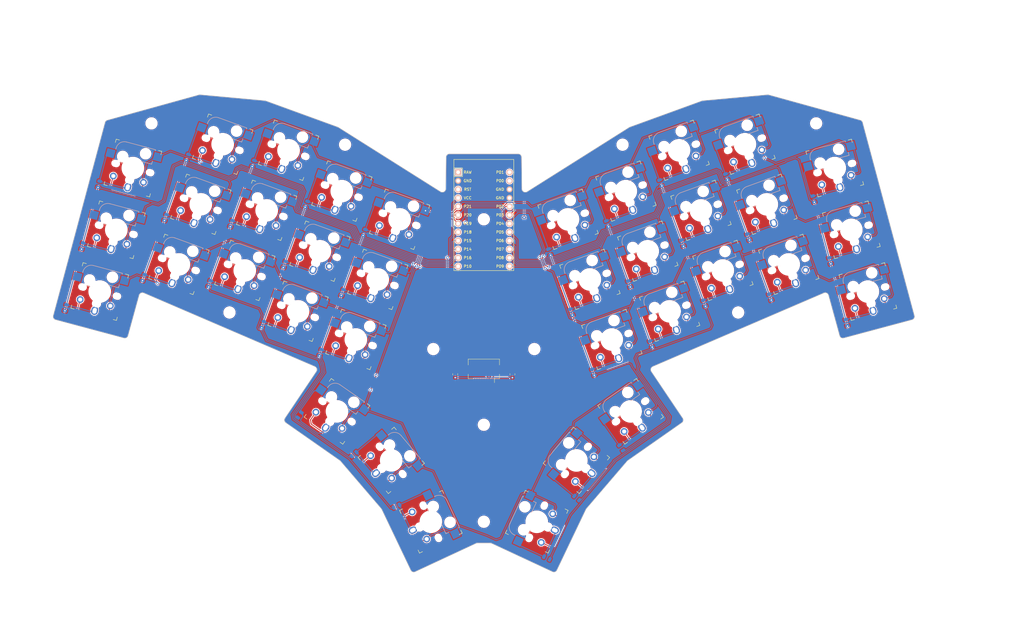
<source format=kicad_pcb>
(kicad_pcb (version 20221018) (generator pcbnew)
  (title_block (title "ergogen_pteron36_super") (rev "v1.0.0") (company "Unknown"))
  (layers (0 "F.Cu" signal) (31 "B.Cu" signal) (34 "B.Paste" user) (35 "F.Paste" user) (36 "B.SilkS" user "B.Silkscreen") (37 "F.SilkS" user "F.Silkscreen") (38 "B.Mask" user) (39 "F.Mask" user) (44 "Edge.Cuts" user))
  (net 0 "")
  (net 1 "VCC")
  (net 2 "GND")
  (net 3 "R3")
  (net 4 "C1")
  (net 5 "key1_1")
  (net 6 "R2")
  (net 7 "key2_1")
  (net 8 "R1")
  (net 9 "key3_1")
  (net 10 "C2")
  (net 11 "key4_1")
  (net 12 "key5_1")
  (net 13 "key6_1")
  (net 14 "C3")
  (net 15 "key7_1")
  (net 16 "key8_1")
  (net 17 "key9_1")
  (net 18 "C4")
  (net 19 "key10_1")
  (net 20 "key11_1")
  (net 21 "key12_1")
  (net 22 "C5")
  (net 23 "key13_1")
  (net 24 "key14_1")
  (net 25 "key15_1")
  (net 26 "R4")
  (net 27 "key16_1")
  (net 28 "key17_1")
  (net 29 "key18_1")
  (net 30 "C10")
  (net 31 "key19_1")
  (net 32 "key20_1")
  (net 33 "key21_1")
  (net 34 "C9")
  (net 35 "key22_1")
  (net 36 "key23_1")
  (net 37 "key24_1")
  (net 38 "C8")
  (net 39 "key25_1")
  (net 40 "key26_1")
  (net 41 "key27_1")
  (net 42 "C7")
  (net 43 "key28_1")
  (net 44 "key29_1")
  (net 45 "key30_1")
  (net 46 "C6")
  (net 47 "key31_1")
  (net 48 "key32_1")
  (net 49 "key33_1")
  (net 50 "key34_1")
  (net 51 "key35_1")
  (net 52 "key36_1")
  (net 53 "RAW")
  (net 54 "RST")
  (net 55 "P1")
  (net 56 "P0")
  (net 57 "SDA")
  (net 58 "SCL")
  (net 59 "P5")
  (net 60 "P6")
  (net 61 "P7")
  (net 62 "P8")
  (net 63 "P9")
  (net 64 "P10")
  (net 65 "P11")
  (net 66 "P12")
  (footprint "Kailh_socket_MX_LP" (layer "F.Cu") (at 110.693549 198.957059 -35)
    (fp_text reference "key16" hide)
    (fp_text value "Kailh_socket_MX_LP")
  )
  (footprint "Kailh_socket_MX_LP" (layer "F.Cu") (at 105.608529 151.365663 -20)
    (fp_text reference "key11" hide)
    (fp_text value "Kailh_socket_MX_LP")
  )
  (footprint "Kailh_socket_MX_LP" (layer "F.Cu") (at 76.740612 119.575046 -20)
    (fp_text reference "key6" hide)
    (fp_text value "Kailh_socket_MX_LP")
  )
  (footprint "Kailh_socket_MX_LP" (layer "F.Cu") (at 212.249186 121.374966 20)
    (fp_text reference "key27" hide)
    (fp_text value "Kailh_socket_MX_LP")
  )
  (footprint "Kailh_socket_MX_LP" (layer "F.Cu") (at 268.311113 163.35784 15)
    (fp_text reference "key19" hide)
    (fp_text value "Kailh_socket_MX_LP")
  )
  (footprint "Kailh_socket_MX_LP" (layer "F.Cu") (at 185.775408 159.743431 20)
    (fp_text reference "key32" hide)
    (fp_text value "Kailh_socket_MX_LP")
  )
  (footprint "Kailh_socket_MX_LP" (layer "F.Cu") (at 138.561642 231.76631 -65)
    (fp_text reference "key18" hide)
    (fp_text value "Kailh_socket_MX_LP")
  )
  (footprint "Kailh_socket_MX_LP" (layer "F.Cu") (at 225.245951 157.083283 20)
    (fp_text reference "key25" hide)
    (fp_text value "Kailh_socket_MX_LP")
  )
  (footprint "Kailh_socket_MX_LP" (layer "F.Cu") (at 196.44715 133.511507 20)
    (fp_text reference "key30" hide)
    (fp_text value "Kailh_socket_MX_LP")
  )
  (footprint "Kailh_socket_MX_LP" (layer "F.Cu") (at 89.806492 139.229125 -20)
    (fp_text reference "key8" hide)
    (fp_text value "Kailh_socket_MX_LP")
  )
  (footprint "Kailh_socket_MX_LP" (layer "F.Cu") (at 96.304872 121.374962 -20)
    (fp_text reference "key9" hide)
    (fp_text value "Kailh_socket_MX_LP")
  )
  (footprint "Kailh_socket_MX_LP" (layer "F.Cu") (at 99.11014 169.219821 -20)
    (fp_text reference "key10" hide)
    (fp_text value "Kailh_socket_MX_LP")
  )
  (footprint "Kailh_socket_MX_LP" (layer "F.Cu") (at 209.443916 169.219824 20)
    (fp_text reference "key28" hide)
    (fp_text value "Kailh_socket_MX_LP")
  )
  (footprint "Kailh_socket_MX_LP" (layer "F.Cu") (at 112.106913 133.511505 -20)
    (fp_text reference "key12" hide)
    (fp_text value "Kailh_socket_MX_LP")
  )
  (footprint "Kailh_socket_MX_LP" (layer "F.Cu") (at 116.28026 177.597588 -20)
    (fp_text reference "key13" hide)
    (fp_text value "Kailh_socket_MX_LP")
  )
  (footprint "Kailh_socket_MX_LP" (layer "F.Cu") (at 197.86051 198.957066 35)
    (fp_text reference "key34" hide)
    (fp_text value "Kailh_socket_MX_LP")
  )
  (footprint "lib:Jumper" (layer "F.Cu") (at 166.277031 141.889273 -90)
    (fp_text reference "J1" hide)
    (fp_text value "Jumper")
  )
  (footprint "Kailh_socket_MX_LP" (layer "F.Cu") (at 122.778648 159.743432 -20)
    (fp_text reference "key14" hide)
    (fp_text value "Kailh_socket_MX_LP")
  )
  (footprint "Kailh_socket_MX_LP" (layer "F.Cu") (at 70.242232 137.429203 -20)
    (fp_text reference "key5" hide)
    (fp_text value "Kailh_socket_MX_LP")
  )
  (footprint "Kailh_socket_MX_LP" (layer "F.Cu") (at 169.992412 231.766311 65)
    (fp_text reference "key36" hide)
    (fp_text value "Kailh_socket_MX_LP")
  )
  (footprint "ProMicro" (layer "F.Cu") (at 154.277031 141.889274 -90)
    (fp_text reference "MCU1" hide)
    (fp_text value "" hide)
  )
  (footprint "Kailh_socket_MX_LP" (layer "F.Cu") (at 192.273793 177.597587 20)
    (fp_text reference "key31" hide)
    (fp_text value "Kailh_socket_MX_LP")
  )
  (footprint "Kailh_socket_MX_LP" (layer "F.Cu") (at 181.766748 213.527233 50)
    (fp_text reference "key35" hide)
    (fp_text value "Kailh_socket_MX_LP")
  )
  (footprint "Connector_FFC-FPC:Hirose_FH12-12S-0.5SH_1x12-1MP_P0.50mm_Horizontal" (layer "F.Cu") (at 154.277029 187.947591 180)
    (fp_text reference "FC1" hide)
    (fp_text value "Hirose_FH12-12S-0.5SH_1x12-1MP_P0.50mm_Horizontal")
  )
  (footprint "MountingHole:MountingHole_3.2mm_M3" (layer "F.Cu") (at 195.469112 119.713914 20)
    (fp_text reference "H4" hide)
    (fp_text value "MountingHole_3.2mm_M3")
  )
  (footprint "MountingHole:MountingHole_3.2mm_M3" (layer "F.Cu") (at 55.6015 113.379978 -15)
    (fp_text reference "H1" hide)
    (fp_text value "MountingHole_3.2mm_M3")
  )
  (footprint "Kailh_socket_MX_LP" (layer "F.Cu") (at 126.78731 213.527234 -50)
    (fp_text reference "key17" hide)
    (fp_text value "Kailh_socket_MX_LP")
  )
  (footprint "MountingHole:MountingHole_3.2mm_M3" (layer "F.Cu") (at 154.277031 141.889274)
    (fp_text reference "H8" hide)
    (fp_text value "MountingHole_3.2mm_M3")
  )
  (footprint "Kailh_socket_MX_LP" (layer "F.Cu") (at 129.277027 141.889273 -20)
    (fp_text reference "key15" hide)
    (fp_text value "Kailh_socket_MX_LP")
  )
  (footprint "MountingHole:MountingHole_3.2mm_M3" (layer "F.Cu") (at 252.952558 113.379975 15)
    (fp_text reference "H2" hide)
    (fp_text value "MountingHole_3.2mm_M3")
  )
  (footprint "Kailh_socket_MX_LP" (layer "F.Cu") (at 263.393548 145.005254 15)
    (fp_text reference "key20" hide)
    (fp_text value "Kailh_socket_MX_LP")
  )
  (footprint "Kailh_socket_MX_LP" (layer "F.Cu") (at 45.160506 145.005254 -15)
    (fp_text reference "key2" hide)
    (fp_text value "Kailh_socket_MX_LP")
  )
  (footprint "Kailh_socket_MX_LP" (layer "F.Cu") (at 83.308105 157.083285 -20)
    (fp_text reference "key7" hide)
    (fp_text value "Kailh_socket_MX_LP")
  )
  (footprint "Resistor_SMD:R_0805_2012Metric_Pad1.20x1.40mm_HandSolder" (layer "F.Cu") (at 162.777032 187.947591 90)
    (fp_text reference "R1" hide)
    (fp_text value "R_0805")
  )
  (footprint "Kailh_socket_MX_LP" (layer "F.Cu") (at 231.813442 119.575048 20)
    (fp_text reference "key24" hide)
    (fp_text value "Kailh_socket_MX_LP")
  )
  (footprint "Kailh_socket_MX_LP" (layer "F.Cu") (at 179.277028 141.889271 20)
    (fp_text reference "key33" hide)
    (fp_text value "Kailh_socket_MX_LP")
  )
  (footprint "MountingHole:MountingHole_3.2mm_M3" (layer "F.Cu") (at 154.277028 231.766309)
    (fp_text reference "H7" hide)
    (fp_text value "MountingHole_3.2mm_M3")
  )
  (footprint "lib:Jumper" (layer "F.Cu") (at 166.277031 141.889273 -90)
    (fp_text reference "J2" hide)
    (fp_text value "Jumper")
  )
  (footprint "Resistor_SMD:R_0805_2012Metric_Pad1.20x1.40mm_HandSolder" (layer "F.Cu") (at 145.777027 187.94759 90)
    (fp_text reference "R2" hide)
    (fp_text value "R_0805")
  )
  (footprint "Kailh_socket_MX_LP" (layer "F.Cu") (at 63.743845 155.283364 -20)
    (fp_text reference "key4" hide)
    (fp_text value "Kailh_socket_MX_LP")
  )
  (footprint "Kailh_socket_MX_LP" (layer "F.Cu") (at 40.242944 163.357847 -15)
    (fp_text reference "key1" hide)
    (fp_text value "Kailh_socket_MX_LP")
  )
  (footprint "MountingHole:MountingHole_3.2mm_M3" (layer "F.Cu") (at 229.794823 169.581198 20)
    (fp_text reference "H6" hide)
    (fp_text value "MountingHole_3.2mm_M3")
  )
  (footprint "Kailh_socket_MX_LP" (layer "F.Cu") (at 218.747568 139.229127 20)
    (fp_text reference "key26" hide)
    (fp_text value "Kailh_socket_MX_LP")
  )
  (footprint "Kailh_socket_MX_LP" (layer "F.Cu") (at 50.078069 126.652661 -15)
    (fp_text reference "key3" hide)
    (fp_text value "Kailh_socket_MX_LP")
  )
  (footprint "Kailh_socket_MX_LP" (layer "F.Cu") (at 238.31183 137.429205 20)
    (fp_text reference "key23" hide)
    (fp_text value "Kailh_socket_MX_LP")
  )
  (footprint "Kailh_socket_MX_LP" (layer "F.Cu") (at 202.945533 151.365665 20)
    (fp_text reference "key29" hide)
    (fp_text value "Kailh_socket_MX_LP")
  )
  (footprint "MountingHole:MountingHole_3.2mm_M3" (layer "F.Cu") (at 78.759235 169.581195 -20)
    (fp_text reference "H5" hide)
    (fp_text value "MountingHole_3.2mm_M3")
  )
  (footprint "MountingHole:MountingHole_3.2mm_M3" (layer "F.Cu") (at 113.084943 119.713917 -20)
    (fp_text reference "H3" hide)
    (fp_text value "MountingHole_3.2mm_M3")
  )
  (footprint "Kailh_socket_MX_LP" (layer "F.Cu") (at 244.810215 155.283364 20)
    (fp_text reference "key22" hide)
    (fp_text value "Kailh_socket_MX_LP")
  )
  (footprint "Kailh_socket_MX_LP" (layer "F.Cu") (at 258.475984 126.652667 15)
    (fp_text reference "key21" hide)
    (fp_text value "Kailh_socket_MX_LP")
  )
  (gr_arc (start 51.941971 164.444635) (mid 52.472882 163.808117) (end 53.301567 163.790734) (stroke (width 0.15)) (layer "Edge.Cuts"))
  (gr_line (start 213.073444 202.343754) (end 197.02408 213.581637) (stroke (width 0.15)) (layer "Edge.Cuts"))
  (gr_arc (start 143.074807 123.427232) (mid 143.372017 122.728147) (end 144.07473 122.439619) (stroke (width 0.15)) (layer "Edge.Cuts"))
  (gr_line (start 104.090138 185.644651) (end 53.301567 163.790734) (stroke (width 0.15)) (layer "Edge.Cuts"))
  (gr_arc (start 164.479322 122.439617) (mid 165.182036 122.728142) (end 165.479249 123.427226) (stroke (width 0.15)) (layer "Edge.Cuts"))
  (gr_line (start 259.916316 176.483901) (end 256.612085 164.444638) (stroke (width 0.15)) (layer "Edge.Cuts"))
  (gr_line (start 238.863007 104.88418) (end 266.056681 112.415488) (stroke (width 0.15)) (layer "Edge.Cuts"))
  (gr_arc (start 104.090134 185.644655) (mid 104.654126 186.280653) (end 104.524986 187.120833) (stroke (width 0.15)) (layer "Edge.Cuts"))
  (gr_line (start 51.941972 164.444636) (end 48.63774 176.483899) (stroke (width 0.15)) (layer "Edge.Cuts"))
  (gr_arc (start 167.129358 133.669161) (mid 166.118283 133.702064) (end 165.595834 132.835806) (stroke (width 0.15)) (layer "Edge.Cuts"))
  (gr_line (start 184.605666 228.086215) (end 175.981736 246.154563) (stroke (width 0.15)) (layer "Edge.Cuts"))
  (gr_arc (start 196.838132 213.75031) (mid 196.925792 213.660115) (end 197.02408 213.581637) (stroke (width 0.15)) (layer "Edge.Cuts"))
  (gr_arc (start 133.897417 246.630118) (mid 133.137005 246.665033) (end 132.572324 246.154562) (stroke (width 0.15)) (layer "Edge.Cuts"))
  (gr_line (start 89.55321 106.679521) (end 110.943741 114.465026) (stroke (width 0.15)) (layer "Edge.Cuts"))
  (gr_arc (start 204.029078 187.120833) (mid 203.899933 186.280655) (end 204.46392 185.644655) (stroke (width 0.15)) (layer "Edge.Cuts"))
  (gr_arc (start 142.958218 132.835813) (mid 142.435772 133.702066) (end 141.424703 133.669163) (stroke (width 0.15)) (layer "Edge.Cuts"))
  (gr_arc (start 123.805443 227.866484) (mid 123.884149 227.971647) (end 123.948392 228.086218) (stroke (width 0.15)) (layer "Edge.Cuts"))
  (gr_arc (start 69.691052 104.884183) (mid 69.868855 104.851884) (end 70.049568 104.852112) (stroke (width 0.15)) (layer "Edge.Cuts"))
  (gr_arc (start 197.41874 114.558982) (mid 197.512014 114.506882) (end 197.610315 114.46503) (stroke (width 0.15)) (layer "Edge.Cuts"))
  (gr_arc (start 156.155674 238.106356) (mid 156.372114 238.13006) (end 156.578293 238.200048) (stroke (width 0.15)) (layer "Edge.Cuts"))
  (gr_line (start 156.155675 238.106358) (end 152.398378 238.106357) (stroke (width 0.15)) (layer "Edge.Cuts"))
  (gr_line (start 111.529975 213.581639) (end 95.480619 202.343757) (stroke (width 0.15)) (layer "Edge.Cuts"))
  (gr_line (start 123.805443 227.866485) (end 111.715926 213.750314) (stroke (width 0.15)) (layer "Edge.Cuts"))
  (gr_arc (start 266.056681 112.415491) (mid 266.49984 112.675076) (end 266.755703 113.120395) (stroke (width 0.15)) (layer "Edge.Cuts"))
  (gr_line (start 42.497374 112.415493) (end 69.69105 104.884183) (stroke (width 0.15)) (layer "Edge.Cuts"))
  (gr_line (start 95.224092 200.966996) (end 104.524986 187.120833) (stroke (width 0.15)) (layer "Edge.Cuts"))
  (gr_arc (start 95.48061 202.343746) (mid 95.071113 201.707772) (end 95.224092 200.966996) (stroke (width 0.15)) (layer "Edge.Cuts"))
  (gr_arc (start 89.302803 106.623419) (mid 89.429814 106.643405) (end 89.55321 106.679521) (stroke (width 0.15)) (layer "Edge.Cuts"))
  (gr_line (start 142.958222 132.835815) (end 143.074809 123.427225) (stroke (width 0.15)) (layer "Edge.Cuts"))
  (gr_line (start 197.610315 114.46503) (end 219.000849 106.679518) (stroke (width 0.15)) (layer "Edge.Cuts"))
  (gr_arc (start 184.605665 228.086218) (mid 184.669908 227.971647) (end 184.748614 227.866484) (stroke (width 0.15)) (layer "Edge.Cuts"))
  (gr_line (start 266.755703 113.120395) (end 282.136857 170.523648) (stroke (width 0.15)) (layer "Edge.Cuts"))
  (gr_arc (start 48.637743 176.483895) (mid 48.170779 177.086766) (end 47.414586 177.185159) (stroke (width 0.15)) (layer "Edge.Cuts"))
  (gr_line (start 47.414586 177.185159) (end 27.124304 171.748393) (stroke (width 0.15)) (layer "Edge.Cuts"))
  (gr_line (start 174.656645 246.630126) (end 156.578293 238.200048) (stroke (width 0.15)) (layer "Edge.Cuts"))
  (gr_arc (start 238.504489 104.852109) (mid 238.685203 104.851881) (end 238.863007 104.88418) (stroke (width 0.15)) (layer "Edge.Cuts"))
  (gr_arc (start 151.975761 238.20005) (mid 152.181939 238.130062) (end 152.398378 238.106357) (stroke (width 0.15)) (layer "Edge.Cuts"))
  (gr_arc (start 261.139474 177.185161) (mid 260.383281 177.086771) (end 259.916316 176.483901) (stroke (width 0.15)) (layer "Edge.Cuts"))
  (gr_arc (start 41.798353 113.1204) (mid 42.054215 112.67508) (end 42.497374 112.415493) (stroke (width 0.15)) (layer "Edge.Cuts"))
  (gr_line (start 144.07473 122.439619) (end 164.479328 122.43962) (stroke (width 0.15)) (layer "Edge.Cuts"))
  (gr_arc (start 255.25249 163.79073) (mid 256.081176 163.808117) (end 256.612085 164.444638) (stroke (width 0.15)) (layer "Edge.Cuts"))
  (gr_arc (start 27.124301 171.748391) (mid 26.517099 171.282465) (end 26.417201 170.523649) (stroke (width 0.15)) (layer "Edge.Cuts"))
  (gr_line (start 204.02907 187.120838) (end 213.329976 200.966993) (stroke (width 0.15)) (layer "Edge.Cuts"))
  (gr_arc (start 282.136864 170.523651) (mid 282.03696 171.282471) (end 281.429751 171.748396) (stroke (width 0.15)) (layer "Edge.Cuts"))
  (gr_line (start 165.479249 123.427226) (end 165.595834 132.835806) (stroke (width 0.15)) (layer "Edge.Cuts"))
  (gr_line (start 255.252493 163.790733) (end 204.46392 185.644655) (stroke (width 0.15)) (layer "Edge.Cuts"))
  (gr_line (start 132.572324 246.154562) (end 123.948392 228.086218) (stroke (width 0.15)) (layer "Edge.Cuts"))
  (gr_arc (start 175.981738 246.154562) (mid 175.417059 246.665037) (end 174.656645 246.630126) (stroke (width 0.15)) (layer "Edge.Cuts"))
  (gr_line (start 70.049568 104.852112) (end 89.302804 106.623416) (stroke (width 0.15)) (layer "Edge.Cuts"))
  (gr_arc (start 219.000842 106.679515) (mid 219.124238 106.643398) (end 219.251249 106.623413) (stroke (width 0.15)) (layer "Edge.Cuts"))
  (gr_line (start 196.838131 213.750311) (end 184.748614 227.866484) (stroke (width 0.15)) (layer "Edge.Cuts"))
  (gr_line (start 111.135315 114.558982) (end 141.424703 133.669163) (stroke (width 0.15)) (layer "Edge.Cuts"))
  (gr_arc (start 213.329971 200.966999) (mid 213.482946 201.707779) (end 213.073444 202.343754) (stroke (width 0.15)) (layer "Edge.Cuts"))
  (gr_line (start 151.975767 238.200048) (end 133.897417 246.630124) (stroke (width 0.15)) (layer "Edge.Cuts"))
  (gr_arc (start 111.529979 213.581639) (mid 111.628267 213.660118) (end 111.715926 213.750314) (stroke (width 0.15)) (layer "Edge.Cuts"))
  (gr_line (start 26.417201 170.523649) (end 41.798355 113.120389) (stroke (width 0.15)) (layer "Edge.Cuts"))
  (gr_line (start 219.251249 106.623413) (end 238.504486 104.852108) (stroke (width 0.15)) (layer "Edge.Cuts"))
  (gr_line (start 167.129353 133.669162) (end 197.418746 114.558986) (stroke (width 0.15)) (layer "Edge.Cuts"))
  (gr_line (start 281.429751 171.748396) (end 261.139475 177.185156) (stroke (width 0.15)) (layer "Edge.Cuts"))
  (gr_arc (start 110.94374 114.46503) (mid 111.042041 114.506882) (end 111.135315 114.558982) (stroke (width 0.15)) (layer "Edge.Cuts"))
  (segment (start 162.77703 188.947591) (end 162.77703 188.947591) (width 0.25) (layer "F.Cu") (net 1))
  (segment (start 157.312778 188.422602) (end 161.552043 188.422602) (width 0.25) (layer "F.Cu") (net 1))
  (segment (start 157.027032 189.79759) (end 157.027033 188.708347) (width 0.25) (layer "F.Cu") (net 1))
  (segment (start 143.416002 186.586564) (end 144.752018 187.922582) (width 0.25) (layer "F.Cu") (net 1))
  (segment (start 162.077031 188.947592) (end 162.77703 188.947591) (width 0.25) (layer "F.Cu") (net 1))
  (segment (start 157.027033 188.708347) (end 157.312778 188.422602) (width 0.25) (layer "F.Cu") (net 1))
  (segment (start 144.752018 187.922582) (end 145.777026 188.947591) (width 0.25) (layer "F.Cu") (net 1))
  (segment (start 161.552043 188.422602) (end 162.077031 188.947592) (width 0.25) (layer "F.Cu") (net 1))
  (segment (start 143.416001 153.291515) (end 143.416002 186.586564) (width 0.25) (layer "F.Cu") (net 1))
  (via (at 145.791335 188.936509) (size 0.8) (drill 0.4) (layers "F.Cu" "B.Cu") (net 1))
  (via (at 162.77703 188.947591) (size 0.8) (drill 0.4) (layers "F.Cu" "B.Cu") (net 1))
  (via (at 143.416001 153.291515) (size 0.8) (drill 0.4) (layers "F.Cu" "B.Cu") (net 1))
  (segment (start 146.65703 135.539274) (end 145.05684 137.139464) (width 0.25) (layer "B.Cu") (net 1))
  (segment (start 145.791335 188.936509) (end 162.76595 188.93651) (width 0.25) (layer "B.Cu") (net 1))
  (segment (start 162.76595 188.93651) (end 162.77703 188.947591) (width 0.25) (layer "B.Cu") (net 1))
  (segment (start 145.05684 146.66305) (end 144.082804 147.637089) (width 0.25) (layer "B.Cu") (net 1))
  (segment (start 144.082804 147.637089) (end 144.082803 152.624713) (width 0.25) (layer "B.Cu") (net 1))
  (segment (start 145.05684 137.139464) (end 145.05684 146.66305) (width 0.25) (layer "B.Cu") (net 1))
  (segment (start 144.082803 152.624713) (end 143.416001 153.291515) (width 0.25) (layer "B.Cu") (net 1))
  (segment (start 156.527029 189.797592) (end 156.52703 191.091345) (width 0.25) (layer "F.Cu") (net 2))
  (segment (start 57.44144 160.944216) (end 64.049898 163.349498) (width 0.25) (layer "F.Cu") (net 3))
  (segment (start 100.669856 177.009855) (end 101.862406 173.733352) (width 0.25) (layer "F.Cu") (net 3))
  (segment (start 83.490494 165.10441) (end 85.048057 164.378104) (width 0.25) (layer "F.Cu") (net 3))
  (segment (start 230.593376 163.367251) (end 231.34304 161.759583) (width 0.25) (layer "F.Cu") (net 3))
  (segment (start 145.488006 141.990247) (end 145.488003 141.250774) (width 0.25) (layer "F.Cu") (net 3))
  (segment (start 171.228327 153.508206) (end 172.256905 156.334199) (width 0.25) (layer "F.Cu") (net 3))
  (segment (start 190.913888 186.183332) (end 197.883403 183.646637) (width 0.25) (layer "F.Cu") (net 3))
  (segment (start 206.045129 174.500757) (end 207.111587 177.430822) (width 0.25) (layer "F.Cu") (net 3))
  (segment (start 189.906962 185.71379) (end 190.913888 186.183332) (width 0.25) (layer "F.Cu") (net 3))
  (segment (start 142.307947 141.06928) (end 140.411246 141.069279) (width 0.25) (layer "F.Cu") (net 3))
  (segment (start 134.374577 155.725649) (end 134.314503 155.753662) (width 0.25) (layer "F.Cu") (net 3))
  (segment (start 85.048057 164.378104) (end 86.060373 161.596814) (width 0.25) (layer "F.Cu") (net 3))
  (segment (start 92.54484 174.813813) (end 99.753033 177.437379) (width 0.25) (layer "F.Cu") (net 3))
  (segment (start 172.256905 156.334199) (end 172.474143 156.435499) (width 0.25) (layer "F.Cu") (net 3))
  (segment (start 215.186808 175.31064) (end 215.674883 174.26396) (width 0.25) (layer "F.Cu") (net 3))
  (segment (start 64.049898 163.349498) (end 65.43879 162.701848) (width 0.25) (layer "F.Cu") (net 3))
  (segment (start 145.488003 141.250774) (end 145.306513 141.069284) (width 0.25) (layer "F.Cu") (net 3))
  (segment (start 274.101635 169.011272) (end 273.154487 165.476475) (width 0.25) (layer "F.Cu") (net 3))
  (segment (start 241.411425 160.564296) (end 242.327011 163.079847) (width 0.25) (layer "F.Cu") (net 3))
  (segment (start 116.761753 185.736398) (end 117.907488 185.202132) (width 0.25) (layer "F.Cu") (net 3))
  (segment (start 243.760594 163.748339) (end 250.305253 161.366279) (width 0.25) (layer "F.Cu") (net 3))
  (segment (start 76.296555 161.728332) (end 76.722104 162.640915) (width 0.25) (layer "F.Cu") (net 3))
  (segment (start 117.907488 185.202132) (end 119.032525 182.111124) (width 0.25) (layer "F.Cu") (net 3))
  (segment (start 34.280443 169.576385) (end 41.027433 171.384236) (width 0.25) (layer "F.Cu") (net 3))
  (segment (start 92.100235 173.860358) (end 92.54484 174.813813) (width 0.25) (layer "F.Cu") (net 3))
  (segment (start 146.657033 143.159271) (end 145.488006 141.990247) (width 0.25) (layer "F.Cu") (net 3))
  (segment (start 77.309961 158.944016) (end 76.296555 161.728332) (width 0.25) (layer "F.Cu") (net 3))
  (segment (start 139.565515 141.463651) (end 138.761449 143.67282) (width 0.25) (layer "F.Cu") (net 3))
  (segment (start 93.112007 171.080557) (end 92.100235 173.860358) (width 0.25) (layer "F.Cu") (net 3))
  (segment (start 231.34304 161.759583) (end 230.255554 158.771726) (width 0.25) (layer "F.Cu") (net 3))
  (segment (start 76.722104 162.640915) (end 83.490494 165.10441) (width 0.25) (layer "F.Cu") (net 3))
  (segment (start 266.805722 171.913557) (end 273.454578 170.132007) (width 0.25) (layer "F.Cu") (net 3))
  (segment (start 41.027433 171.384236) (end 42.613307 170.468634) (width 0.25) (layer "F.Cu") (net 3))
  (segment (start 250.305253 161.366279) (end 250.930914 160.024544) (width 0.25) (layer "F.Cu") (net 3))
  (segment (start 33.679303 168.535178) (end 34.280443 169.576385) (width 0.25) (layer "F.Cu") (net 3))
  (segment (start 57.745705 157.144096) (end 56.835518 159.644814) (width 0.25) (layer "F.Cu") (net 3))
  (segment (start 171.172123 153.353779) (end 170.898656 153.226263) (width 0.25) (layer "F.Cu") (net 3))
  (segment (start 264.464995 168.322456) (end 265.174946 170.972027) (width 0.25) (layer "F.Cu") (net 3))
  (segment (start 265.174946 170.972027) (end 266.805722 171.913557) (width 0.25) (layer "F.Cu") (net 3))
  (segment (start 223.76707 165.85182) (end 230.593376 163.367251) (width 0.25) (layer "F.Cu") (net 3))
  (segment (start 110.282127 179.45832) (end 109.198329 182.436025) (width 0.25) (layer "F.Cu") (net 3))
  (segment (start 170.954861 153.380686) (end 171.228327 153.508206) (width 0.25) (layer "F.Cu") (net 3))
  (segment (start 170.898656 153.226263) (end 170.954861 153.380686) (width 0.25) (layer "F.Cu") (net 3))
  (segment (start 109.198329 182.436025) (end 109.505822 183.095457) (width 0.25) (layer "F.Cu") (net 3))
  (segment (start 65.43879 162.701848) (end 66.496108 159.796894) (width 0.25) (layer "F.Cu") (net 3))
  (segment (start 273.454578 170.132007) (end 274.101635 169.011272) (width 0.25) (layer "F.Cu") (net 3))
  (segment (start 42.613307 170.468634) (end 43.378116 167.614324) (width 0.25) (layer "F.Cu") (net 3))
  (segment (start 215.674883 174.26396) (end 214.453515 170.908265) (width 0.25) (layer "F.Cu") (net 3))
  (segment (start 109.505822 183.095457) (end 116.761753 185.736398) (width 0.25) (layer "F.Cu") (net 3))
  (segment (start 145.306513 141.069284) (end 142.307947 141.06928) (width 0.25) (layer "F.Cu") (net 3))
  (segment (start 57.44144 160.944216) (end 57.44144 160.944216) (width 0.25) (layer "F.Cu") (net 3))
  (segment (start 99.753033 177.437379) (end 100.669856 177.009855) (width 0.25) (layer "F.Cu") (net 3))
  (segment (start 242.327011 163.079847) (end 243.760594 163.748339) (width 0.25) (layer "F.Cu") (net 3))
  (segment (start 222.983575 165.486473) (end 223.76707 165.85182) (width 0.25) (layer "F.Cu") (net 3))
  (segment (start 221.84717 162.364216) (end 222.983575 165.486473) (width 0.25) (layer "F.Cu") (net 3))
  (segment (start 56.835518 159.644814) (end 57.44144 160.944216) (width 0.25) (layer "F.Cu") (net 3))
  (segment (start 140.411246 141.069279) (end 139.565515 141.463651) (width 0.25) (layer "F.Cu") (net 3))
  (segment (start 197.883403 183.646637) (end 198.437794 182.45774) (width 0.25) (layer "F.Cu") (net 3))
  (segment (start 34.429804 165.734269) (end 33.679303 168.535178) (width 0.25) (layer "F.Cu") (net 3))
  (segment (start 250.930914 160.024544) (end 249.819809 156.971807) (width 0.25) (layer "F.Cu") (net 3))
  (segment (start 188.875007 182.87852) (end 189.906962 185.71379) (width 0.25) (layer "F.Cu") (net 3))
  (segment (start 138.761449 143.67282) (end 134.374577 155.725649) (width 0.25) (layer "F.Cu") (net 3))
  (segment (start 198.437794 182.45774) (end 197.283387 179.286029) (width 0.25) (layer "F.Cu") (net 3))
  (segment (start 207.111587 177.430822) (end 208.09795 177.890772) (width 0.25) (layer "F.Cu") (net 3))
  (segment (start 208.09795 177.890772) (end 215.186808 175.31064) (width 0.25) (layer "F.Cu") (net 3))
  (via (at 134.314503 155.753662) (size 0.8) (drill 0.4) (layers "F.Cu" "B.Cu") (net 3))
  (via (at 170.898656 153.226263) (size 0.8) (drill 0.4) (layers "F.Cu" "B.Cu") (net 3))
  (via (at 57.44144 160.944216) (size 0.8) (drill 0.4) (layers "F.Cu" "B.Cu") (net 3))
  (via (at 172.474143 156.435499) (size 0.8) (drill 0.4) (layers "F.Cu" "B.Cu") (net 3))
  (segment (start 71.39197 152.66103) (end 67.941513 154.270013) (width 0.25) (layer "B.Cu") (net 3))
  (segment (start 123.928393 174.975257) (end 125.903393 175.694099) (width 0.25) (layer "B.Cu") (net 3))
  (segment (start 133.418511 156.310191) (end 126.457362 175.435776) (width 0.25) (layer "B.Cu") (net 3))
  (segment (start 167.989059 140.078241) (end 167.989054 140.067146) (width 0.25) (layer "B.Cu") (net 3))
  (segment (start 167.989054 140.067146) (end 167.789894 139.867978) (width 0.25) (layer "B.Cu") (net 3))
  (segment (start 167.789894 139.867978) (end 164.264593 139.867979) (width 0.25) (layer "B.Cu") (net 3))
  (segment (start 164.264594 140.029634) (end 162.362467 141.931766) (width 0.25) (layer "B.Cu") (net 3))
  (segment (start 210.643648 160.908329) (end 213.617117 162.294879) (width 0.25) (layer "B.Cu") (net 3))
  (segment (start 87.595903 156.027904) (end 85.784398 161.004986) (width 0.25) (layer "B.Cu") (net 3))
  (segment (start 273.754322 157.216914) (end 275.635067 164.235951) (width 0.25) (layer "B.Cu") (net 3))
  (segment (start 106.758275 166.597491) (end 103.462028 168.134553) (width 0.25) (layer "B.Cu") (net 3))
  (segment (start 103.462028 168.134553) (end 101.616317 173.205613) (width 0.25) (layer "B.Cu") (net 3))
  (segment (start 229.41916 150.158338) (end 230.212804 150.528425) (width 0.25) (layer "B.Cu") (net 3))
  (segment (start 197.896781 167.563573) (end 183.369336 172.851131) (width 0.25) (layer "B.Cu") (net 3))
  (segment (start 174.824434 157.531458) (end 174.924338 157.805941) (width 0.25) (layer "B.Cu") (net 3))
  (segment (start 183.369336 172.851131) (end 179.79343 171.18366) (width 0.25) (layer "B.Cu") (net 3))
  (segment (start 122.733044 172.411836) (end 106.758275 166.597491) (width 0.25) (layer "B.Cu") (net 3))
  (segment (start 232.069092 158.111651) (end 230.255554 158.771726) (width 0.25) (layer "B.Cu") (net 3))
  (segment (start 162.362467 141.931766) (end 161.431597 141.931762) (width 0.25) (layer "B.Cu") (net 3))
  (segment (start 44.466265 161.887064) (end 43.073171 167.08614) (width 0.25) (layer "B.Cu") (net 3))
  (segment (start 161.431597 141.931762) (end 160.448209 140.948379) (width 0.25) (layer "B.Cu") (net 3))
  (segment (start 160.448211 139.044788) (end 159.181413 137.777991) (width 0.25) (layer "B.Cu") (net 3))
  (segment (start 92.866611 156.726447) (end 92.951624 156.908759) (width 0.25) (layer "B.Cu") (net 3))
  (segment (start 213.617117 162.294879) (end 214.424818 162.671515) (width 0.25) (layer "B.Cu") (net 3))
  (segment (start 66.178104 159.114933) (end 66.496108 159.796894) (width 0.25) (layer "B.Cu") (net 3))
  (segment (start 164.264593 139.867979) (end 164.264594 140.029634) (width 0.25) (layer "B.Cu") (net 3))
  (segment (start 253.291287 158.490057) (end 252.278347 155.707023) (width 0.25) (layer "B.Cu") (net 3))
  (segment (start 248.983419 148.358416) (end 246.301969 147.108043) (width 0.25) (layer "B.Cu") (net 3))
  (segment (start 210.643648 160.908329) (end 214.074528 153.550785) (width 0.25) (layer "B.Cu") (net 3))
  (segment (start 101.616317 173.205613) (end 101.862404 173.733352) (width 0.25) (layer "B.Cu") (net 3))
  (segment (start 47.633421 160.078916) (end 47.609272 160.072443) (width 0.25) (layer "B.Cu") (net 3))
  (segment (start 47.609272 160.072443) (end 44.466265 161.887064) (width 0.25) (layer "B.Cu") (net 3))
  (segment (start 252.070575 156.152594) (end 249.819809 156.971807) (width 0.25) (layer "B.Cu") (net 3))
  (segment (start 246.301969 147.108043) (end 231.539787 152.481041) (width 0.25) (layer "B.Cu") (net 3))
  (segment (start 43.073171 167.08614) (end 43.378116 167.614324) (width 0.25) (layer "B.Cu") (net 3))
  (segment (start 57.44144 160.944216) (end 57.25467 160.543684) (width 0.25) (layer "B.Cu") (net 3))
  (segment (start 118.73131 181.465148) (end 119.032524 182.11112) (width 0.25) (layer "B.Cu") (net 3))
  (segment (start 120.513922 176.56745) (end 118.73131 181.465148) (width 0.25) (layer "B.Cu") (net 3))
  (segment (start 159.181413 137.777991) (end 149.1283 137.777992) (width 0.25) (layer "B.Cu") (net 3))
  (segment (start 273.071983 156.822968) (end 273.754322 157.216914) (width 0.25) (layer "B.Cu") (net 3))
  (segment (start 230.797523 152.134916) (end 232.576684 157.023124) (width 0.25) (layer "B.Cu") (net 3))
  (segment (start 89.591313 151.533882) (end 90.956235 154.460957) (width 0.25) (layer "B.Cu") (net 3))
  (segment (start 275.241745 164.917195) (end 273.154487 165.476475) (width 0.25) (layer "B.Cu") (net 3))
  (segment (start 171.952205 150.96691) (end 167.989059 140.078241) (width 0.25) (layer "B.Cu") (net 3))
  (segment (start 148.543658 141.272642) (end 146.657033 143.159271) (width 0.25) (layer "B.Cu") (net 3))
  (segment (start 90.956235 154.460957) (end 87.595903 156.027904) (width 0.25) (layer "B.Cu") (net 3))
  (segment (start 133.479322 156.143114) (end 133.418511 156.310191) (width 0.25) (layer "B.Cu") (net 3))
  (segment (start 149.1283 137.777992) (end 148.543661 138.362632) (width 0.25) (layer "B.Cu") (net 3))
  (segment (start 160.448209 140.948379) (end 160.448211 139.044788) (width 0.25) (layer "B.Cu") (net 3))
  (segment (start 123.928393 174.975257) (end 122.733044 172.411836) (width 0.25) (layer "B.Cu") (net 3))
  (segment (start 125.903393 175.694099) (end 126.249939 175.532499) (width 0.25) (layer "B.Cu") (net 3))
  (segment (start 196.446996 170.672642) (end 197.896781 167.563573) (width 0.25) (layer "B.Cu") (net 3))
  (segment (start 256.84635 160.147808) (end 253.291287 158.490057) (width 0.25) (layer "B.Cu") (net 3))
  (segment (start 275.635067 164.235951) (end 275.241745 164.917195) (width 0.25) (layer "B.Cu") (net 3))
  (segment (start 91.984751 154.835307) (end 92.866611 156.726447) (width 0.25) (layer "B.Cu") (net 3))
  (segment (start 216.887275 169.437067) (end 216.558509 170.142112) (width 0.25) (layer "B.Cu") (net 3))
  (segment (start 226.778425 148.926945) (end 229.41916 150.158338) (width 0.25) (layer "B.Cu") (net 3))
  (segment (start 249.730466 148.706774) (end 252.278347 155.707023) (width 0.25) (layer "B.Cu") (net 3))
  (segment (start 231.539787 152.481041) (end 230.797523 152.134916) (width 0.25) (layer "B.Cu") (net 3))
  (segment (start 199.576397 177.440611) (end 199.00868 178.658074) (width 0.25) (layer "B.Cu") (net 3))
  (segment (start 71.905001 151.251497) (end 79.318072 147.794725) (width 0.25) (layer "B.Cu") (net 3))
  (segment (start 148.543661 138.362632) (end 148.543658 141.272642) (width 0.25) (layer "B.Cu") (net 3))
  (segment (start 197.896781 167.563573) (end 199.028891 165.135752) (width 0.25) (layer "B.Cu") (net 3))
  (segment (start 123.928393 174.975257) (end 120.513922 176.56745) (width 0.25) (layer "B.Cu") (net 3))
  (segment (start 199.00868 178.658074) (end 197.283387 179.286029) (width 0.25) (layer "B.Cu") (net 3))
  (segment (start 71.39197 152.66103) (end 71.905001 151.251497) (width 0.25) (layer "B.Cu") (net 3))
  (segment (start 85.784398 161.004986) (end 86.060368 161.596817) (width 0.25) (layer "B.Cu") (net 3))
  (segment (start 90.956235 154.460957) (end 91.984751 154.835307) (width 0.25) (layer "B.Cu") (net 3))
  (segment (start 172.474143 156.435499) (end 174.824434 157.531458) (width 0.25) (layer "B.Cu") (net 3))
  (segment (start 269.963617 155.373511) (end 256.84635 160.147808) (width 0.25) (layer "B.Cu") (net 3))
  (segment (start 126.457362 175.435776) (end 126.249939 175.532499) (width 0.25) (layer "B.Cu") (net 3))
  (segment (start 197.24921 171.046724) (end 199.576397 177.440611) (width 0.25) (layer "B.Cu") (net 3))
  (segment (start 216.558509 170.142112) (end 214.453515 170.908265) (width 0.25) (layer "B.Cu") (net 3))
  (segment (start 134.314503 155.753662) (end 133.479322 156.143114) (width 0.25) (layer "B.Cu") (net 3))
  (segment (start 273.071986 156.822971) (end 269.963617 155.373511) (width 0.25) (layer "B.Cu") (net 3))
  (segment (start 179.79343 171.18366) (end 174.924338 157.805941) (width 0.25) (layer "B.Cu") (net 3))
  (segment (start 94.296647 159.793173) (end 92.866611 156.726447) (width 0.25) (layer "B.Cu") (net 3))
  (segment (start 232.576684 157.023124) (end 232.069092 158.111651) (width 0.25) (layer "B.Cu") (net 3))
  (segment (start 170.898656 153.226263) (end 171.952205 150.96691) (width 0.25) (layer "B.Cu") (net 3))
  (segment (start 79.318072 147.794725) (end 89.591313 151.533882) (width 0.25) (layer "B.Cu") (net 3))
  (segment (start 252.278347 155.707023) (end 252.070575 156.152594) (width 0.25) (layer "B.Cu") (net 3))
  (segment (start 199.028891 165.135752) (end 210.643648 160.908329) (width 0.25) (layer "B.Cu") (net 3))
  (segment (start 105.484132 163.865087) (end 94.296647 159.793173) (width 0.25) (layer "B.Cu") (net 3))
  (segment (start 230.212804 150.528425) (end 230.797523 152.134916) (width 0.25) (layer "B.Cu") (net 3))
  (segment (start 57.25467 160.543684) (end 51.291329 158.373204) (width 0.25) (layer "B.Cu") (net 3))
  (segment (start 51.291329 158.373204) (end 47.633421 160.078916) (width 0.25) (layer "B.Cu") (net 3))
  (segment (start 196.446996 170.672642) (end 197.24921 171.046724) (width 0.25) (layer "B.Cu") (net 3))
  (segment (start 214.424818 162.671515) (end 216.887275 169.437067) (width 0.25) (layer "B.Cu") (net 3))
  (segment (start 248.983419 148.358416) (end 249.730466 148.706774) (width 0.25) (layer "B.Cu") (net 3))
  (segment (start 214.074528 153.550785) (end 226.778425 148.926945) (width 0.25) (layer "B.Cu") (net 3))
  (segment (start 106.758275 166.597491) (end 105.484132 163.865087) (width 0.25) (layer "B.Cu") (net 3))
  (segment (start 67.941513 154.270013) (end 66.178104 159.114933) (width 0.25) (layer "B.Cu") (net 3))
  (segment (start 29.922644 169.059264) (end 29.904096 169.069969) (width 0.25) (layer "F.Cu") (net 4))
  (segment (start 39.733893 132.443174) (end 29.922644 169.059264) (width 0.25) (layer "F.Cu") (net 4))
  (via (at 39.733893 132.443174) (size 0.8) (drill 0.4) (layers "F.Cu" "B.Cu") (net 4))
  (via (at 29.904096 169.069969) (size 0.8) (drill 0.4) (layers "F.Cu" "B.Cu") (net 4))
  (via (at 34.831699 150.756567) (size 0.8) (drill 0.4) (layers "F.Cu" "B.Cu") (net 4))
  (segment (start 55.486863 136.61709) (end 55.686785 136.670662) (width 0.25) (layer "B.Cu") (net 4))
  (segment (start 137.000612 155.754615) (end 116.552845 148.312238) (width 0.25) (layer "B.Cu") (net 4))
  (segment (start 98.485982 138.451243) (end 100.238695 133.635703) (width 0.25) (layer "B.Cu") (net 4))
  (segment (start 137.250335 155.85927) (end 137.228686 155.837629) (width 0.25) (layer "B.Cu") (net 4))
  (segment (start 99.868277 132.84134) (end 82.305583 126.449042) (width 0.25) (layer "B.Cu") (net 4))
  (segment (start 59.113982 136.297165) (end 57.58576 137.179488) (width 0.25) (layer "B.Cu") (net 4))
  (segment (start 146.657032 155.859272) (end 137.250335 155.85927) (width 0.25) (layer "B.Cu") (net 4))
  (segment (start 100.062221 139.732088) (end 99.728195 139.610512) (width 0.25) (layer "B.Cu") (net 4))
  (segment (start 82.305583 126.449042) (end 81.019597 127.048711) (width 0.25) (layer "B.Cu") (net 4))
  (segment (start 137.228686 155.837629) (end 137.000612 155.754615) (width 0.25) (layer "B.Cu") (net 4))
  (segment (start 81.019597 127.048711) (end 80.283863 129.070136) (width 0.25) (layer "B.Cu") (net 4))
  (segment (start 100.238695 133.635703) (end 99.868277 132.84134) (width 0.25) (layer "B.Cu") (net 4))
  (segment (start 78.58314 129.86319) (end 64.406713 124.70339) (width 0.25) (layer "B.Cu") (net 4))
  (segment (start 116.552845 148.312238) (end 115.104936 145.207185) (width 0.25) (layer "B.Cu") (net 4))
  (segment (start 39.730218 132.395112) (end 55.486863 136.61709) (width 0.25) (layer "B.Cu") (net 4))
  (segment (start 80.283863 129.070136) (end 78.58314 129.86319) (width 0.25) (layer "B.Cu") (net 4))
  (segment (start 115.104936 145.207185) (end 100.062221 139.732088) (width 0.25) (layer "B.Cu") (net 4))
  (segment (start 100.062221 139.732088) (end 98.883132 139.302935) (width 0.25) (layer "B.Cu") (net 4))
  (segment (start 57.58576 137.179488) (end 55.486863 136.61709) (width 0.25) (layer "B.Cu") (net 4))
  (segment (start 64.406713 124.70339) (end 61.968137 125.840518) (width 0.25) (layer "B.Cu") (net 4))
  (segment (start 98.883132 139.302935) (end 98.485982 138.451243) (width 0.25) (layer "B.Cu") (net 4))
  (segment (start 61.968137 125.840518) (end 61.769885 126.385219) (width 0.25) (layer "B.Cu") (net 4))
  (segment (start 61.769885 126.385219) (end 59.113982 136.297165) (width 0.25) (layer "B.Cu") (net 4))
  (segment (start 32.435664 159.618767) (end 33.597943 158.947721) (width 0.25) (layer "B.Cu") (net 5))
  (segment (start 30.380387 167.289183) (end 32.435664 159.618767) (width 0.25) (layer "B.Cu") (net 5))
  (segment (start 38.164777 169.375009) (end 38.715916 169.056814) (width 0.25) (layer "B.Cu") (net 5))
  (segment (start 30.380387 167.289183) (end 38.164777 169.375009) (width 0.25) (layer "B.Cu") (net 5))
  (segment (start 63.756382 142.952988) (end 63.281503 141.934617) (width 0.25) (layer "F.Cu") (net 6))
  (segment (start 64.244085 139.289935) (end 63.281503 141.934617) (width 0.25) (layer "F.Cu") (net 6))
  (segment (start 184.574627 168.320761) (end 190.999947 165.98214) (width 0.25) (layer "F.Cu") (net 6))
  (segment (start 139.206401 141.13458) (end 134.240515 154.778241) (width 0.25) (layer "F.Cu") (net 6))
  (segment (start 98.802076 156.953823) (end 105.84319 159.51658) (width 0.25) (layer "F.Cu") (net 6))
  (segment (start 115.986557 165.289782) (end 123.266354 167.939414) (width 0.25) (layer "F.Cu") (net 6))
  (segment (start 83.808347 141.089852) (end 82.959724 143.421429) (width 0.25) (layer "F.Cu") (net 6))
  (segment (start 123.266354 167.939414) (end 124.379534 167.42033) (width 0.25) (layer "F.Cu") (net 6))
  (segment (start 183.372367 167.76014) (end 184.574627 168.320761) (width 0.25) (layer "F.Cu") (net 6))
  (segment (start 259.54743 149.969867) (end 260.513973 153.577053) (width 0.25) (layer "F.Cu") (net 6))
  (segment (start 191.809377 164.246306) (end 190.785004 161.431877) (width 0.25) (layer "F.Cu") (net 6))
  (segment (start 260.513973 153.577053) (end 260.962631 153.83609) (width 0.25) (layer "F.Cu") (net 6))
  (segment (start 244.467555 142.266608) (end 243.321427 139.117648) (width 0.25) (layer "F.Cu") (net 6))
  (segment (start 115.679059 164.630354) (end 115.986557 165.289782) (width 0.25) (layer "F.Cu") (net 6))
  (segment (start 171.680368 153.137967) (end 171.929012 152.889324) (width 0.25) (layer "F.Cu") (net 6))
  (segment (start 83.673229 144.951543) (end 90.228312 147.337391) (width 0.25) (layer "F.Cu") (net 6))
  (segment (start 236.037397 145.799274) (end 236.534211 146.030943) (width 0.25) (layer "F.Cu") (net 6))
  (segment (start 63.818152 143.085449) (end 63.756382 142.952988) (width 0.25) (layer "F.Cu") (net 6))
  (segment (start 116.780506 161.604163) (end 115.679059 164.630354) (width 0.25) (layer "F.Cu") (net 6))
  (segment (start 243.975097 143.322682) (end 244.467555 142.266608) (width 0.25) (layer "F.Cu") (net 6))
  (segment (start 99.610386 153.226398) (end 98.494103 156.293369) (width 0.25) (layer "F.Cu") (net 6))
  (segment (start 98.494103 156.293369) (end 98.802076 156.953823) (width 0.25) (layer "F.Cu") (net 6))
  (segment (start 215.348785 144.510058) (end 216.311716 147.155698) (width 0.25) (layer "F.Cu") (net 6))
  (segment (start 242.701755 143.786142) (end 243.975097 143.322682) (width 0.25) (layer "F.Cu") (net 6))
  (segment (start 172.291419 155.11329) (end 171.680367 153.434433) (width 0.25) (layer "F.Cu") (net 6))
  (segment (start 199.546743 156.646596) (end 200.648225 159.672887) (width 0.25) (layer "F.Cu") (net 6))
  (segment (start 172.291419 155.11329) (end 172.4435 155.531125) (width 0.25) (layer "F.Cu") (net 6))
  (segment (start 140.311484 140.619269) (end 139.206401 141.13458) (width 0.25) (layer "F.Cu") (net 6))
  (segment (start 242.701755 143.786142) (end 242.862847 143.72751) (width 0.25) (layer "F.Cu") (net 6))
  (segment (start 216.311716 147.155698) (end 217.413454 147.669445) (width 0.25) (layer "F.Cu") (net 6))
  (segment (start 209.140288 156.310305) (end 207.955126 153.054107) (width 0.25) (layer "F.Cu") (net 6))
  (segment (start 47.471493 152.337623) (end 48.29568 149.261734) (width 0.25) (layer "F.Cu") (net 6))
  (segment (start 217.413454 147.669445) (end 220.823018 146.428464) (width 0.25) (layer "F.Cu") (net 6))
  (segment (start 190.999947 165.98214) (end 191.809377 164.246306) (width 0.25) (layer "F.Cu") (net 6))
  (segment (start 182.376622 165.024365) (end 183.372367 167.76014) (width 0.25) (layer "F.Cu") (net 6))
  (segment (start 234.913045 142.710139) (end 236.037397 145.799274) (width 0.25) (layer "F.Cu") (net 6))
  (segment (start 269.117222 150.409207) (end 268.236923 147.123889) (width 0.25) (layer "F.Cu") (net 6))
  (segment (start 38.491473 150.575915) (end 38.787288 151.088278) (width 0.25) (layer "F.Cu") (net 6))
  (segment (start 107.2809 158.846165) (end 108.360792 155.879192) (width 0.25) (layer "F.Cu") (net 6))
  (segment (start 268.269013 151.878346) (end 269.117222 150.409207) (width 0.25) (layer "F.Cu") (net 6))
  (segment (start 82.959724 143.421429) (end 83.673229 144.951543) (width 0.25) (layer "F.Cu") (net 6))
  (segment (start 220.823018 146.428464) (end 220.574787 146.518813) (width 0.25) (layer "F.Cu") (net 6))
  (segment (start 63.818152 143.085449) (end 70.692188 145.587394) (width 0.25) (layer "F.Cu") (net 6))
  (segment (start 172.4435 155.531125) (end 173.594239 156.067723) (width 0.25) (layer "F.Cu") (net 6))
  (segment (start 200.648225 159.672887) (end 201.361128 160.005318) (width 0.25) (layer "F.Cu") (net 6))
  (segment (start 224.651474 145.03502) (end 220.823018 146.428464) (width 0.25) (layer "F.Cu") (net 6))
  (segment (start 91.459296 146.763374) (end 92.558751 143.742655) (width 0.25) (layer "F.Cu") (net 6))
  (segment (start 224.990881 144.307165) (end 224.651474 145.03502) (width 0.25) (layer "F.Cu") (net 6))
  (segment (start 134.240515 154.778241) (end 133.345256 155.195705) (width 0.25) (layer "F.Cu") (net 6))
  (segment (start 70.692188 145.587394) (end 71.867401 145.039384) (width 0.25) (layer "F.Cu") (net 6))
  (segment (start 171.680367 153.434433) (end 171.680368 153.137967) (width 0.25) (layer "F.Cu") (net 6))
  (segment (start 223.757166 140.917571) (end 224.990881 144.307165) (width 0.25) (layer "F.Cu") (net 6))
  (segment (start 105.84319 159.51658) (end 107.2809 158.846165) (width 0.25) (layer "F.Cu") (net 6))
  (segment (start 90.228312 147.337391) (end 91.459296 146.763374) (width 0.25) (layer "F.Cu") (net 6))
  (segment (start 208.655244 157.350477) (end 209.140288 156.310305) (width 0.25) (layer "F.Cu") (net 6))
  (segment (start 201.361128 160.005318) (end 208.655244 157.350477) (width 0.25) (layer "F.Cu") (net 6))
  (segment (start 260.962631 153.83609) (end 268.269013 151.878346) (width 0.25) (layer "F.Cu") (net 6))
  (segment (start 146.657031 140.619269) (end 140.311484 140.619269) (width 0.25) (layer "F.Cu") (net 6))
  (segment (start 124.379534 167.42033) (end 125.530908 164.256958) (width 0.25) (layer "F.Cu") (net 6))
  (segment (start 172.448221 155.544099) (end 172.291419 155.11329) (width 0.25) (layer "F.Cu") (net 6))
  (segment (start 71.867401 145.039384) (end 72.994497 141.942734) (width 0.25) (layer "F.Cu") (net 6))
  (segment (start 39.347367 147.381679) (end 38.491473 150.575915) (width 0.25) (layer "F.Cu") (net 6))
  (segment (start 46.196711 153.073626) (end 47.471493 152.337623) (width 0.25) (layer "F.Cu") (net 6))
  (segment (start 236.534211 146.030943) (end 242.701755 143.786142) (width 0.25) (layer "F.Cu") (net 6))
  (segment (start 38.787288 151.088278) (end 46.196711 153.073626) (width 0.25) (layer "F.Cu") (net 6))
  (via (at 173.594239 156.067723) (size 0.8) (drill 0.4) (layers "F.Cu" "B.Cu") (net 6))
  (via (at 171.929012 152.889324) (size 0.8) (drill 0.4) (layers "F.Cu" "B.Cu") (net 6))
  (via (at 133.345256 155.195705) (size 0.8) (drill 0.4) (layers "F.Cu" "B.Cu") (net 6))
  (segment (start 226.090313 139.246529) (end 225.628744 140.236371) (width 0.25) (layer "B.Cu") (net 6))
  (segment (start 99.39912 139.969631) (end 98.55406 139.662052) (width 0.25) (layer "B.Cu") (net 6))
  (segment (start 49.377352 143.558623) (end 47.990733 148.73355) (width 0.25) (layer "B.Cu") (net 6))
  (segment (start 159.552826 137.327981) (end 159.552829 137.512997) (width 0.25) (layer "B.Cu") (net 6))
  (segment (start 81.378718 127.377781) (end 80.642981 129.399203) (width 0.25) (layer "B.Cu") (net 6))
  (segment (start 243.564148 131.007459) (end 245.860372 137.316286) (width 0.25) (layer "B.Cu") (net 6))
  (segment (start 130.426776 157.1211) (end 132.047103 157.71085) (width 0.25) (layer "B.Cu") (net 6))
  (segment (start 245.860372 137.316286) (end 245.879482 137.368795) (width 0.25) (layer "B.Cu") (net 6))
  (segment (start 242.915363 129.58141) (end 242.485032 130.504259) (width 0.25) (layer "B.Cu") (net 6))
  (segment (start 79.11446 131.443669) (end 78.604393 130.349813) (width 0.25) (layer "B.Cu") (net 6))
  (segment (start 98.433111 137.280761) (end 99.314986 134.85783) (width 0.25) (layer "B.Cu") (net 6))
  (segment (start 222.920775 132.304181) (end 223.694892 132.66516) (width 0.25) (layer "B.Cu") (net 6))
  (segment (start 108.090412 155.299355) (end 108.360792 155.879192) (width 0.25) (layer "B.Cu") (net 6))
  (segment (start 226.701706 131.57766) (end 241.095035 126.338917) (width 0.25) (layer "B.Cu") (net 6))
  (segment (start 223.808785 128.212808) (end 224.84151 131.050177) (width 0.25) (layer "B.Cu") (net 6))
  (segment (start 189.695103 148.689862) (end 189.166828 149.82276) (width 0.25) (layer "B.Cu") (net 6))
  (segment (start 206.409124 134.51798) (end 206.627964 134.04868) (width 0.25) (layer "B.Cu") (net 6))
  (segment (start 206.085893 141.057479) (end 206.18377 140.84758) (width 0.25) (layer "B.Cu") (net 6))
  (segment (start 241.095035 126.338917) (end 241.866053 126.698449) (width 0.25) (layer "B.Cu") (net 6))
  (segment (start 171.92901 152.081471) (end 171.929012 152.889324) (width 0.25) (layer "B.Cu") (net 6))
  (segment (start 226.701706 131.57766) (end 223.703197 132.66903) (width 0.25) (layer "B.Cu") (net 6))
  (segment (start 159.552829 137.512997) (end 161.457802 139.417971) (width 0.25) (layer "B.Cu") (net 6))
  (segment (start 99.556381 134.194604) (end 99.644235 133.953225) (width 0.25) (layer "B.Cu") (net 6))
  (segment (start 205.974378 141.296621) (end 206.18377 140.84758) (width 0.25) (layer "B.Cu") (net 6))
  (segment (start 223.703197 132.66903) (end 222.920775 132.304181) (width 0.25) (layer "B.Cu") (net 6))
  (segment (start 148.093649 139.182651) (end 148.093653 138.076043) (width 0.25) (layer "B.Cu") (net 6))
  (segment (start 132.50805 157.495905) (end 132.047103 157.71085) (width 0.25) (layer "B.Cu") (net 6))
  (segment (start 77.890358 134.806874) (end 79.11446 131.443669) (width 0.25) (layer "B.Cu") (net 6))
  (segment (start 92.316176 143.222443) (end 92.558751 143.742655) (width 0.25) (layer "B.Cu") (net 6))
  (segment (start 62.327259 126.169589) (end 62.199473 126.520668) (width 0.25) (layer "B.Cu") (net 6))
  (segment (start 245.420188 138.353758) (end 243.321427 139.117648) (width 0.25) (layer "B.Cu") (net 6))
  (segment (start 264.96743 136.984262) (end 249.774107 142.514178) (width 0.25) (layer "B.Cu") (net 6))
  (segment (start 193.034462 159.630183) (end 192.482409 160.81407) (width 0.25) (layer "B.Cu") (net 6))
  (segment (start 72.887504 128.269036) (end 64.427956 125.190015) (width 0.25) (layer "B.Cu") (net 6))
  (segment (start 172.289812 150.56764) (end 172.289812 150.578734) (width 0.25) (layer "B.Cu") (net 6))
  (segment (start 72.887504 128.269036) (end 71.486844 127.759243) (width 0.25) (layer "B.Cu") (net 6))
  (segment (start 133.345256 155.195705) (end 132.50805 157.495905) (width 0.25) (layer "B.Cu") (net 6))
  (segment (start 226.292278 131.726683) (end 226.701706 131.57766) (width 0.25) (layer "B.Cu") (net 6))
  (segment (start 127.046903 158.677657) (end 125.241833 163.637037) (width 0.25) (layer "B.Cu") (net 6))
  (segment (start 247.338954 141.378648) (end 245.860372 137.316286) (width 0.25) (layer "B.Cu") (net 6))
  (segment (start 268.154423 138.470381) (end 268.911418 138.907437) (width 0.25) (layer "B.Cu") (net 6))
  (segment (start 77.866863 134.798323) (end 74.630756 136.307347) (width 0.25) (layer "B.Cu") (net 6))
  (segment (start 223.694892 132.66516) (end 226.090313 139.246529) (width 0.25) (layer "B.Cu") (net 6))
  (segment (start 146.657032 140.619272) (end 148.093649 139.182651) (width 0.25) (layer "B.Cu") (net 6))
  (segment (start 270.800263 145.956674) (end 270.472165 146.524959) (width 0.25) (layer "B.Cu") (net 6))
  (segment (start 80.642981 129.399203) (end 78.604393 130.349813) (width 0.25) (layer "B.Cu") (net 6))
  (segment (start 208.317098 144.999524) (end 210.588713 151.240731) (width 0.25) (layer "B.Cu") (net 6))
  (segment (start 206.18377 140.84758) (end 207.604205 137.801443) (width 0.25) (layer "B.Cu") (net 6))
  (segment (start 189.948618 152.818486) (end 190.679205 153.159166) (width 0.25) (layer "B.Cu") (net 6))
  (segment (start 55.859321 137.182772) (end 53.866466 138.112053) (width 0.25) (layer "B.Cu") (net 6))
  (segment (start 189.948618 152.818486) (end 188.993524 150.194402) (width 0.25) (layer "B.Cu") (net 6))
  (segment (start 82.326838 126.935667) (end 81.378718 127.377781) (width 0.25) (layer "B.Cu") (net 6))
  (segment (start 114.644044 148.096384) (end 113.256659 148.74333) (width 0.25) (layer "B.Cu") (net 6))
  (segment (start 113.256653 148.743332) (end 109.908324 150.304686) (width 0.25) (layer "B.Cu") (net 6))
  (segment (start 94.165909 138.140342) (end 92.316176 143.222443) (width 0.25) (layer "B.Cu") (net 6))
  (segment (start 206.627964 134.04868) (end 223.306022 127.978363) (width 0.25) (layer "B.Cu") (net 6))
  (segment (start 172.289812 150.578734) (end 172.438827 150.988158) (width 0.25) (layer "B.Cu") (net 6))
  (segment (start 98.55406 139.662052) (end 97.999359 138.47249) (width 0.25) (layer "B.Cu") (net 6))
  (segment (start 97.999359 138.47249) (end 97.999358 138.472489) (width 0.25) (layer "B.Cu") (net 6))
  (segment (start 130.426779 157.121101) (end 130.40328 157.112554) (width 0.25) (layer "B.Cu") (net 6))
  (segment (start 223.306022 127.978363) (end 223.808785 128.212808) (width 0.25) (layer "B.Cu") (net 6))
  (segment (start 172.438827 150.988158) (end 171.92901 152.081471) (width 0.25) (layer "B.Cu") (net 6))
  (segment (start 188.832515 149.944437) (end 174.183389 155.276283) (width 0.25) (layer "B.Cu") (net 6))
  (segment (start 78.604393 130.349813) (end 72.887504 128.269036) (width 0.25) (layer "B.Cu") (net 6))
  (segment (start 97.454619 136.606791) (end 94.165909 138.140342) (width 0.25) (layer "B.Cu") (net 6))
  (segment (start 99.556381 134.194604) (end 99.752071 133.65695) (width 0.25) (layer "B.Cu") (net 6))
  (segment (start 190.679205 153.159166) (end 193.034462 159.630183) (width 0.25) (layer "B.Cu") (net 6))
  (segment (start 161.457802 139.417971) (end 168.143214 139.41797) (width 0.25) (layer "B.Cu") (net 6))
  (segment (start 189.358966 149.410715) (end 189.695103 148.689862) (width 0.25) (layer "B.Cu") (net 6))
  (segment (start 225.628744 140.236371) (end 223.757166 140.917571) (width 0.25) (layer "B.Cu") (net 6))
  (segment (start 168.143214 139.41797) (end 168.282283 139.557044) (width 0.25) (layer "B.Cu") (net 6))
  (segment (start 130.842448 153.992118) (end 118.488208 149.495546) (width 0.25) (layer "B.Cu") (net 6))
  (segment (start 99.314986 134.85783) (end 99.556381 134.194604) (width 0.25) (layer "B.Cu") (net 6))
  (segment (start 224.84151 131.050177) (end 226.292278 131.726683) (width 0.25) (layer "B.Cu") (net 6))
  (segment (start 268.154421 138.47038) (end 264.96743 136.984262) (width 0.25) (layer "B.Cu") (net 6))
  (segment (start 72.761501 141.443085) (end 72.994495 141.942733) (width 0.25) (layer "B.Cu") (net 6))
  (segment (start 109.908324 150.304686) (end 108.090412 155.299355) (width 0.25) (layer "B.Cu") (net 6))
  (segment (start 77.890359 134.806876) (end 77.866863 134.798323) (width 0.25) (layer "B.Cu") (net 6))
  (segment (start 192.482409 160.81407) (end 190.785004 161.431877) (width 0.25) (layer "B.Cu") (net 6))
  (segment (start 114.775862 145.566307) (end 99.39912 139.969631) (width 0.25) (layer "B.Cu") (net 6))
  (segment (start 242.485032 130.504259) (end 243.564148 131.007459) (width 0.25) (layer "B.Cu") (net 6))
  (segment (start 173.594239 156.067723) (end 173.918305 155.372765) (width 0.25) (layer "B.Cu") (net 6))
  (segment (start 245.879482 137.368795) (end 245.420188 138.353758) (width 0.25) (layer "B.Cu") (net 6))
  (segment (start 188.993524 150.194402) (end 189.358966 149.410715) (width 0.25) (layer "B.Cu") (net 6))
  (segment (start 148.093653 138.076043) (end 148.841714 137.327981) (width 0.25) (layer "B.Cu") (net 6))
  (segment (start 130.40328 157.112554) (end 127.046903 158.677657) (width 0.25) (layer "B.Cu") (net 6))
  (segment (start 190.631128 146.682555) (end 206.085893 141.057479) (width 0.25) (layer "B.Cu") (net 6))
  (segment (start 125.241833 163.637037) (end 125.530909 164.256961) (width 0.25) (layer "B.Cu") (net 6))
  (segment (start 207.604205 137.801443) (end 206.409124 134.51798) (width 0.25) (layer "B.Cu") (net 6))
  (segment (start 62.199473 126.520668) (end 59.500419 136.593684) (width 0.25) (layer "B.Cu") (net 6))
  (segment (start 268.911418 138.907437) (end 270.800263 145.956674) (width 0.25) (layer "B.Cu") (net 6))
  (segment (start 207.118739 144.440716) (end 208.317098 144.999524) (width 0.25) (layer "B.Cu") (net 6))
  (segment (start 249.774107 142.514178) (end 247.338954 141.378648) (width 0.25) (layer "B.Cu") (net 6))
  (segment (start 64.427956 125.190015) (end 62.327259 126.169589) (width 0.25) (layer "B.Cu") (net 6))
  (segment (start 53.866466 138.112053) (end 52.550976 141.726323) (width 0.25) (layer "B.Cu") (net 6))
  (segment (start 148.841714 137.327981) (end 159.552826 137.327981) (width 0.25) (layer "B.Cu") (net 6))
  (segment (start 210.588713 151.240731) (end 210.108617 152.2703) (width 0.25) (layer "B.Cu") (net 6))
  (segment (start 132.885155 154.735601) (end 133.345256 155.195705) (width 0.25) (layer "B.Cu") (net 6))
  (segment (start 99.539205 133.200456) (end 82.326838 126.935667) (width 0.25) (layer "B.Cu") (net 6))
  (segment (start 47.990733 148.73355) (end 48.29568 149.261734) (width 0.25) (layer "B.Cu") (net 6))
  (segment (start 52.550984 141.726326) (end 49.377352 143.558623) (width 0.25) (layer "B.Cu") (net 6))
  (segment (start 97.999358 138.472489) (end 98.433111 137.280761) (width 0.25) (layer "B.Cu") (net 6))
  (segment (start 57.649332 137.662409) (end 55.859321 137.182772) (width 0.25) (layer "B.Cu") (net 6))
  (segment (start 172.289812 150.56764) (end 168.282283 139.557044) (width 0.25) (layer "B.Cu") (net 6))
  (segment (start 241.866053 126.698449) (end 242.915363 129.58141) (width 0.25) (layer "B.Cu") (net 6))
  (segment (start 97.454621 136.606793) (end 98.25461 136.897965) (width 0.25) (layer "B.Cu") (net 6))
  (segment (start 189.166828 149.822759) (end 189.358966 149.410715) (width 0.25) (layer "B.Cu") (net 6))
  (segment (start 189.695103 148.689862) (end 190.631128 146.682555) (width 0.25) (layer "B.Cu") (net 6))
  (segment (start 118.488208 149.495546) (end 116.223773 148.671353) (width 0.25) (layer "B.Cu") (net 6))
  (segment (start 189.166828 149.82276) (end 188.832515 149.944437) (width 0.25) (layer "B.Cu") (net 6))
  (segment (start 74.630756 136.307347) (end 72.761501 141.443085) (width 0.25) (layer "B.Cu") (net 6))
  (segment (start 116.223773 148.671353) (end 114.775862 145.566307) (width 0.25) (layer "B.Cu") (net 6))
  (segment (start 99.752071 133.65695) (end 99.539205 133.200456) (width 0.25) (layer "B.Cu") (net 6))
  (segment (start 130.842448 153.992118) (end 132.885155 154.735601) (width 0.25) (layer "B.Cu") (net 6))
  (segment (start 59.500419 136.593684) (end 57.649332 137.662409) (width 0.25) (layer "B.Cu") (net 6))
  (segment (start 118.488208 149.495546) (end 114.644044 148.096384) (width 0.25) (layer "B.Cu") (net 6))
  (segment (start 210.108617 152.2703) (end 207.955126 153.054107) (width 0.25) (layer "B.Cu") (net 6))
  (segment (start 270.472165 146.524959) (end 268.236923 147.123889) (width 0.25) (layer "B.Cu") (net 6))
  (segment (start 173.918305 155.372765) (end 174.183389 155.276283) (width 0.25) (layer "B.Cu") (net 6))
  (segment (start 98.25461 136.897965) (end 98.433111 137.280761) (width 0.25) (layer "B.Cu") (net 6))
  (segment (start 207.118739 144.440716) (end 205.974378 141.296621) (width 0.25) (layer "B.Cu") (net 6))
  (segment (start 43.08234 151.022418) (end 43.633476 150.704214) (width 0.25) (layer "B.Cu") (net 7))
  (segment (start 37.353227 141.266177) (end 38.515509 140.595133) (width 0.25) (layer "B.Cu") (net 7))
  (segment (start 35.297944 148.936593) (end 37.353227 141.266177) (width 0.25) (layer "B.Cu") (net 7))
  (segment (start 35.297944 148.936593) (end 43.08234 151.022418) (width 0.25) (layer "B.Cu") (net 7))
  (segment (start 70.065993 124.822841) (end 70.259835 125.238535) (width 0.25) (layer "F.Cu") (net 8))
  (segment (start 237.698518 123.668849) (end 236.823039 121.263491) (width 0.25) (layer "F.Cu") (net 8))
  (segment (start 201.750501 139.612633) (end 194.776214 142.151067) (width 0.25) (layer "F.Cu") (net 8))
  (segment (start 146.657029 138.079271) (end 144.567041 140.169262) (width 0.25) (layer "F.Cu") (net 8))
  (segment (start 264.353699 132.631495) (end 263.319364 128.7713) (width 0.25) (layer "F.Cu") (net 8))
  (segment (start 70.259835 125.238535) (end 77.372551 127.827351) (width 0.25) (layer "F.Cu") (net 8))
  (segment (start 184.39648 147.980683) (end 185.23482 146.182855) (width 0.25) (layer "F.Cu") (net 8))
  (segment (start 78.287327 127.400786) (end 79.492878 124.088576) (width 0.25) (layer "F.Cu") (net 8))
  (segment (start 129.553957 150.144533) (end 130.895025 149.519181) (width 0.25) (layer "F.Cu") (net 8))
  (segment (start 44.264927 129.029092) (end 43.467993 132.003284) (width 0.25) (layer "F.Cu") (net 8))
  (segment (start 237.741832 123.787857) (end 237.698518 123.668849) (width 0.25) (layer "F.Cu") (net 8))
  (segment (start 43.467993 132.003284) (end 43.943416 132.826733) (width 0.25) (layer "F.Cu") (net 8))
  (segment (start 229.243918 127.134346) (end 231.016081 127.960722) (width 0.25) (layer "F.Cu") (net 8))
  (segment (start 122.202549 147.468843) (end 129.553957 150.144533) (width 0.25) (layer "F.Cu") (net 8))
  (segment (start 231.016081 127.960722) (end 236.773089 125.865345) (width 0.25) (layer "F.Cu") (net 8))
  (segment (start 210.584244 130.196707) (end 210.048164 129.946731) (width 0.25) (layer "F.Cu") (net 8))
  (segment (start 210.048164 129.946731) (end 209.718051 129.039739) (width 0.25) (layer "F.Cu") (net 8))
  (segment (start 175.878244 147.170204) (end 176.89858 149.973559) (width 0.25) (layer "F.Cu") (net 8))
  (segment (start 123.278892 143.750004) (end 122.046862 147.134973) (width 0.25) (layer "F.Cu") (net 8))
  (segment (start 176.89858 149.973559) (end 177.785192 150.386995) (width 0.25) (layer "F.Cu") (net 8))
  (segment (start 89.594647 126.923868) (end 96.778972 129.538749) (width 0.25) (layer "F.Cu") (net 8))
  (segment (start 90.306732 123.235696) (end 89.240648 126.164726) (width 0.25) (layer "F.Cu") (net 8))
  (segment (start 217.258784 123.063404) (end 218.616128 126.792686) (width 0.25) (layer "F.Cu") (net 8))
  (segment (start 137.344727 139.157294) (end 136.958099 139.33758) (width 0.25) (layer "F.Cu") (net 8))
  (segment (start 228.414659 124.855977) (end 229.243918 127.134346) (width 0.25) (layer "F.Cu") (net 8))
  (segment (start 202.487545 138.032044) (end 201.750501 139.612633) (width 0.25) (layer "F.Cu") (net 8))
  (segment (start 218.616128 126.792686) (end 218.346178 127.371596) (width 0.25) (layer "F.Cu") (net 8))
  (segment (start 185.23482 146.182855) (end 184.286627 143.577715) (width 0.25) (layer "F.Cu") (net 8))
  (segment (start 122.046862 147.134973) (end 122.202549 147.468843) (width 0.25) (layer "F.Cu") (net 8))
  (segment (start 112.571205 141.63523) (end 113.744263 141.08823) (width 0.25) (layer "F.Cu") (net 8))
  (segment (start 69.75355 124.152812) (end 70.065993 124.822841) (width 0.25) (layer "F.Cu") (net 8))
  (segment (start 52.487456 133.617793) (end 53.213245 130.909145) (width 0.25) (layer "F.Cu") (net 8))
  (segment (start 140.125085 140.169261) (end 137.344727 139.157294) (width 0.25) (layer "F.Cu") (net 8))
  (segment (start 43.943416 132.826733) (end 50.714936 134.641155) (width 0.25) (layer "F.Cu") (net 8))
  (segment (start 70.742472 121.435778) (end 69.75355 124.152812) (width 0.25) (layer "F.Cu") (net 8))
  (segment (start 255.380995 134.420505) (end 256.706912 135.186022) (width 0.25) (layer "F.Cu") (net 8))
  (segment (start 236.773089 125.865345) (end 237.741832 123.787857) (width 0.25) (layer "F.Cu") (net 8))
  (segment (start 96.778972 129.538749) (end 97.922657 129.005441) (width 0.25) (layer "F.Cu") (net 8))
  (segment (start 106.108769 135.372234) (end 105.165956 137.962598) (width 0.25) (layer "F.Cu") (net 8))
  (segment (start 177.785192 150.386995) (end 184.39648 147.980683) (width 0.25) (layer "F.Cu") (net 8))
  (segment (start 194.776214 142.151067) (end 194.167485 141.867213) (width 0.25) (layer "F.Cu") (net 8))
  (segment (start 218.346178 127.371596) (end 210.584244 130.196707) (width 0.25) (layer "F.Cu") (net 8))
  (segment (start 105.165956 137.962598) (end 105.714863 139.13973) (width 0.25) (layer "F.Cu") (net 8))
  (segment (start 264.008384 133.229599) (end 264.353699 132.631495) (width 0.25) (layer "F.Cu") (net 8))
  (segment (start 50.714936 134.641155) (end 52.487456 133.617793) (width 0.25) (layer "F.Cu") (net 8))
  (segment (start 113.744263 141.08823) (end 114.859176 138.025034) (width 0.25) (layer "F.Cu") (net 8))
  (segment (start 89.240648 126.164726) (end 89.594647 126.923868) (width 0.25) (layer "F.Cu") (net 8))
  (segment (start 130.895025 149.519181) (end 132.029295 146.402799) (width 0.25) (layer "F.Cu") (net 8))
  (segment (start 254.629871 131.617281) (end 255.380995 134.420505) (width 0.25) (layer "F.Cu") (net 8))
  (segment (start 144.567041 140.169262) (end 140.125085 140.169261) (width 0.25) (layer "F.Cu") (net 8))
  (segment (start 256.706912 135.186022) (end 264.008384 133.229599) (width 0.25) (layer "F.Cu") (net 8))
  (segment (start 105.714863 139.13973) (end 112.571205 141.63523) (width 0.25) (layer "F.Cu") (net 8))
  (segment (start 97.922657 129.005441) (end 99.057136 125.888495) (width 0.25) (layer "F.Cu") (net 8))
  (segment (start 209.718051 129.039739) (end 208.8504 126.655899) (width 0.25) (layer "F.Cu") (net 8))
  (segment (start 201.456748 135.199947) (end 202.487545 138.032044) (width 0.25) (layer "F.Cu") (net 8))
  (segment (start 194.167485 141.867213) (end 193.048362 138.792441) (width 0.25) (layer "F.Cu") (net 8))
  (segment (start 77.372551 127.827351) (end 78.287327 127.400786) (width 0.25) (layer "F.Cu") (net 8))
  (via (at 70.065993 124.822841) (size 0.8) (drill 0.4) (layers "F.Cu" "B.Cu") (net 8))
  (via (at 136.958099 139.33758) (size 0.8) (drill 0.4) (layers "F.Cu" "B.Cu") (net 8))
  (via (at 237.698518 123.668849) (size 0.8) (drill 0.4) (layers "F.Cu" "B.Cu") (net 8))
  (segment (start 136.958099 139.33758) (end 136.925158 139.26694) (width 0.25) (layer "B.Cu") (net 8))
  (segment (start 98.762941 125.257596) (end 99.057136 125.888495) (width 0.25) (layer "B.Cu") (net 8))
  (segment (start 219.045188 122.413209) (end 217.258784 123.063404) (width 0.25) (layer "B.Cu") (net 8))
  (segment (start 200.620355 126.586562) (end 201.343407 126.923727) (width 0.25) (layer "B.Cu") (net 8))
  (segment (start 218.092197 116.781736) (end 219.661128 121.09233) (width 0.25) (layer "B.Cu") (net 8))
  (segment (start 235.986649 112.650102) (end 236.831367 113.044) (width 0.25) (layer "B.Cu") (net 8))
  (segment (start 201.456508 117.749565) (end 213.835797 113.24387) (width 0.25) (layer "B.Cu") (net 8))
  (segment (start 239.285969 119.787975) (end 238.960747 120.485427) (width 0.25) (layer "B.Cu") (net 8))
  (segment (start 185.903653 129.702949) (end 197.922402 125.328486) (width 0.25) (layer "B.Cu") (net 8))
  (segment (start 264.049856 120.587176) (end 265.959935 127.715698) (width 0.25) (layer "B.Cu") (net 8))
  (segment (start 217.411377 114.911191) (end 218.092197 116.781736) (width 0.25) (layer "B.Cu") (net 8))
  (segment (start 203.901977 133.953329) (end 203.701683 134.382861) (width 0.25) (layer "B.Cu") (net 8))
  (segment (start 213.835797 113.24387) (end 216.42239 114.450022) (width 0.25) (layer "B.Cu") (net 8))
  (segment (start 103.515409 119.954909) (end 105.075719 123.30101) (width 0.25) (layer "B.Cu") (net 8))
  (segment (start 54.283427 125.052624) (end 52.872374 130.318744) (width 0.25) (layer "B.Cu") (net 8))
  (segment (start 137.428361 140.346067) (end 136.958099 139.33758) (width 0.25) (layer "B.Cu") (net 8))
  (segment (start 263.236858 120.117795) (end 259.678244 118.458384) (width 0.25) (layer "B.Cu") (net 8))
  (segment (start 184.767464 132.139514) (end 168.446394 138.079898) (width 0.25) (layer "B.Cu") (net 8))
  (segment (start 131.770579 145.847985) (end 132.029291 146.402801) (width 0.25) (layer "B.Cu") (net 8))
  (segment (start 203.701683 134.382861) (end 201.456748 135.199947) (width 0.25) (layer "B.Cu") (net 8))
  (segment (start 147.858333 136.877973) (end 167.244469 136.877973) (width 0.25) (layer "B.Cu") (net 8))
  (segment (start 100.553603 120.337801) (end 98.762941 125.257596) (width 0.25) (layer "B.Cu") (net 8))
  (segment (start 186.161401 142.89535) (end 184.286627 143.577715) (width 0.25) (layer "B.Cu") (net 8))
  (segment (start 265.722208 128.12746) (end 263.319364 128.7713) (width 0.25) (layer "B.Cu") (net 8))
  (segment (start 216.42239 114.450022) (end 217.411377 114.911191) (width 0.25) (layer "B.Cu") (net 8))
  (segment (start 61.245574 121.612472) (end 57.468543 123.373734) (width 0.25) (layer "B.Cu") (net 8))
  (segment (start 136.925158 139.26694) (end 133.601844 140.816626) (width 0.25) (layer "B.Cu") (net 8))
  (segment (start 233.118436 111.312629) (end 235.986649 112.650102) (width 0.25) (layer "B.Cu") (net 8))
  (segment (start 103.953005 118.752636) (end 103.515409 119.954909) (width 0.25) (layer "B.Cu") (net 8))
  (segment (start 105.075719 123.30101) (end 118.494 128.184865) (width 0.25) (layer "B.Cu") (net 8))
  (segment (start 102.740848 116.153169) (end 103.953005 118.752636) (width 0.25) (layer "B.Cu") (net 8))
  (segment (start 146.657029 138.079271) (end 147.858333 136.877973) (width 0.25) (layer "B.Cu") (net 8))
  (segment (start 197.922402 125.328486) (end 200.620355 126.586562) (width 0.25) (layer "B.Cu") (net 8))
  (segment (start 118.494 128.184865) (end 119.755037 130.889173) (width 0.25) (layer "B.Cu") (net 8))
  (segment (start 114.588796 137.445195) (end 114.859176 138.025034) (width 0.25) (layer "B.Cu") (net 8))
  (segment (start 236.831367 113.044) (end 239.285969 119.787975) (width 0.25) (layer "B.Cu") (net 8))
  (segment (start 133.601844 140.816626) (end 131.770579 145.847985) (width 0.25) (layer "B.Cu") (net 8))
  (segment (start 238.960747 120.485427) (end 236.823039 121.263491) (width 0.25) (layer "B.Cu") (net 8))
  (segment (start 116.406708 132.450525) (end 114.588796 137.445195) (width 0.25) (layer "B.Cu") (net 8))
  (segment (start 84.388741 116.952717) (end 84.901768 115.543176) (width 0.25) (layer "B.Cu") (net 8))
  (segment (start 186.582424 141.992465) (end 186.161401 142.89535) (width 0.25) (layer "B.Cu") (net 8))
  (segment (start 240.981543 125.263428) (end 237.726442 123.745544) (width 0.25) (layer "B.Cu") (net 8))
  (segment (start 197.922402 125.328486) (end 201.456508 117.749565) (width 0.25) (layer "B.Cu") (net 8))
  (segment (start 183.450234 134.964327) (end 184.141758 135.286786) (width 0.25) (layer "B.Cu") (net 8))
  (segment (start 183.450234 134.964327) (end 184.767464 132.139514) (width 0.25) (layer "B.Cu") (net 8))
  (segment (start 52.872374 130.318744) (end 53.213245 130.909145) (width 0.25) (layer "B.Cu") (net 8))
  (segment (start 167.244469 136.877973) (end 168.446394 138.079898) (width 0.25) (layer "B.Cu") (net 8))
  (segment (start 119.755037 130.889173) (end 135.729812 136.703515) (width 0.25) (layer "B.Cu") (net 8))
  (segment (start 84.388741 116.952717) (end 81.075011 118.497931) (width 0.25) (layer "B.Cu") (net 8))
  (segment (start 103.953005 118.752636) (end 100.553603 120.337801) (width 0.25) (layer "B.Cu") (net 8))
  (segment (start 201.343407 126.923727) (end 203.901977 133.953329) (width 0.25) (layer "B.Cu") (net 8))
  (segment (start 70.065993 124.822841) (end 61.245574 121.612472) (width 0.25) (layer "B.Cu") (net 8))
  (segment (start 81.075011 118.497931) (end 79.23863 123.543348) (width 0.25) (layer "B.Cu") (net 8))
  (segment (start 265.959935 127.715698) (end 265.722208 128.12746) (width 0.25) (layer "B.Cu") (net 8))
  (segment (start 84.901768 115.543176) (end 91.987232 112.23917) (width 0.25) (layer "B.Cu") (net 8))
  (segment (start 135.729812 136.703515) (end 136.925158 139.26694) (width 0.25) (layer "B.Cu") (net 8))
  (segment (start 57.279221 123.323001) (end 54.283427 125.052624) (width 0.25) (layer "B.Cu") (net 8))
  (segment (start 259.678244 118.458384) (end 240.981543 125.263428) (width 0.25) (layer "B.Cu") (net 8))
  (segment (start 91.987232 112.23917) (end 102.740848 116.153169) (width 0.25) (layer "B.Cu") (net 8))
  (segment (start 263.236858 120.117793) (end 264.049856 120.587176) (width 0.25) (layer "B.Cu") (net 8))
  (segment (start 184.767464 132.139514) (end 185.903653 129.702949) (width 0.25) (layer "B.Cu") (net 8))
  (segment (start 119.755037 130.889173) (end 116.406708 132.450525) (width 0.25) (layer "B.Cu") (net 8))
  (segment (start 219.661128 121.09233) (end 219.045188 122.413209) (width 0.25) (layer "B.Cu") (net 8))
  (segment (start 57.468546 123.373734) (end 57.279221 123.323001) (width 0.25) (layer "B.Cu") (net 8))
  (segment (start 79.23863 123.543348) (end 79.492871 124.088573) (width 0.25) (layer "B.Cu") (net 8))
  (segment (start 184.141758 135.286786) (end 186.582424 141.992465) (width 0.25) (layer "B.Cu") (net 8))
  (segment (start 218.092197 116.781736) (end 233.118436 111.312629) (width 0.25) (layer "B.Cu") (net 8))
  (segment (start 40.215507 130.584004) (end 47.999902 132.669827) (width 0.25) (layer "B.Cu") (net 9))
  (segment (start 47.999902 132.669827) (end 48.551035 132.35163) (width 0.25) (layer "B.Cu") (net 9))
  (segment (start 40.215507 130.584004) (end 42.270785 122.913589) (width 0.25) (layer "B.Cu") (net 9))
  (segment (start 42.270785 122.913589) (end 43.433071 122.242541) (width 0.25) (layer "B.Cu") (net 9))
  (segment (start 65.921296 124.391369) (end 52.926116 160.095328) (width 0.25) (layer "F.Cu") (net 10))
  (segment (start 52.926116 160.095328) (end 52.941901 160.129168) (width 0.25) (layer "F.Cu") (net 10))
  (via (at 59.444295 142.247575) (size 0.8) (drill 0.4) (layers "F.Cu" "B.Cu") (net 10))
  (via (at 52.941901 160.129168) (size 0.8) (drill 0.4) (layers "F.Cu" "B.Cu") (net 10))
  (via (at 65.921296 124.391369) (size 0.8) (drill 0.4) (layers "F.Cu" "B.Cu") (net 10))
  (segment (start 137.353129 155.392013) (end 137.370379 155.409261) (width 0.25) (layer "B.Cu") (net 10))
  (segment (start 137.320101 155.392011) (end 137.353128 155.392009) (width 0.25) (layer "B.Cu") (net 10))
  (segment (start 100.197348 132.482222) (end 82.284342 125.962421) (width 0.25) (layer "B.Cu") (net 10))
  (segment (start 66.148308 124.85839) (end 65.93165 124.393767) (width 0.25) (layer "B.Cu") (net 10))
  (segment (start 78.561898 129.376569) (end 66.148308 124.85839) (width 0.25) (layer "B.Cu") (net 10))
  (segment (start 146.657029 153.319271) (end 146.657029 153.931556) (width 0.25) (layer "B.Cu") (net 10))
  (segment (start 100.407582 139.378893) (end 100.40758 139.378894) (width 0.25) (layer "B.Cu") (net 10))
  (segment (start 115.434004 144.848066) (end 100.407582 139.378893) (width 0.25) (layer "B.Cu") (net 10))
  (segment (start 79.924743 128.741063) (end 78.561898 129.376569) (width 0.25) (layer "B.Cu") (net 10))
  (segment (start 99.212201 138.943812) (end 98.972605 138.429997) (width 0.25) (layer "B.Cu") (net 10))
  (segment (start 116.881917 147.95312) (end 115.434004 144.848066) (width 0.25) (layer "B.Cu") (net 10))
  (segment (start 145.88284 153.740595) (end 146.304163 153.319273) (width 0.25) (layer "B.Cu") (net 10))
  (segment (start 82.284342 125.962421) (end 80.660481 126.71964) (width 0.25) (layer "B.Cu") (net 10))
  (segment (start 136.981806 155.268881) (end 116.881917 147.95312) (width 0.25) (layer "B.Cu") (net 10))
  (segment (start 137.353128 155.392009) (end 137.370384 155.409261) (width 0.25) (layer "B.Cu") (net 10))
  (segment (start 137.320101 155.392011) (end 137.353129 155.392013) (width 0.25) (layer "B.Cu") (net 10))
  (segment (start 137.370379 155.409261) (end 144.289525 155.409262) (width 0.25) (layer "B.Cu") (net 10))
  (segment (start 80.660481 126.71964) (end 79.924743 128.741063) (width 0.25) (layer "B.Cu") (net 10))
  (segment (start 144.289525 155.409262) (end 145.88284 153.815944) (width 0.25) (layer "B.Cu") (net 10))
  (segment (start 145.88284 153.815944) (end 145.88284 153.740595) (width 0.25) (layer "B.Cu") (net 10))
  (segment (start 98.972605 138.429997) (end 100.725318 133.614456) (width 0.25) (layer "B.Cu") (net 10))
  (segment (start 100.725318 133.614456) (end 100.197348 132.482222) (width 0.25) (layer "B.Cu") (net 10))
  (segment (start 146.304163 153.319273) (end 146.657033 153.319275) (width 0.25) (layer "B.Cu") (net 10))
  (segment (start 137.320101 155.392011) (end 136.981806 155.268881) (width 0.25) (layer "B.Cu") (net 10))
  (segment (start 100.40758 139.378894) (end 99.212201 138.943812) (width 0.25) (layer "B.Cu") (net 10))
  (segment (start 53.576175 158.340162) (end 56.292151 150.878067) (width 0.25) (layer "B.Cu") (net 11))
  (segment (start 61.149157 161.096504) (end 61.725923 160.827552) (width 0.25) (layer "B.Cu") (net 11))
  (segment (start 53.576175 158.340162) (end 61.149157 161.096504) (width 0.25) (layer "B.Cu") (net 11))
  (segment (start 56.292151 150.878067) (end 57.508499 150.310872) (width 0.25) (layer "B.Cu") (net 11))
  (segment (start 67.647538 143.242343) (end 68.224313 142.973391) (width 0.25) (layer "B.Cu") (net 12))
  (segment (start 60.074552 140.486002) (end 62.790537 133.023904) (width 0.25) (layer "B.Cu") (net 12))
  (segment (start 62.790537 133.023904) (end 64.006881 132.456716) (width 0.25) (layer "B.Cu") (net 12))
  (segment (start 60.074552 140.486002) (end 67.647538 143.242343) (width 0.25) (layer "B.Cu") (net 12))
  (segment (start 66.572939 122.631843) (end 74.145916 125.388187) (width 0.25) (layer "B.Cu") (net 13))
  (segment (start 74.145916 125.388187) (end 74.722693 125.119233) (width 0.25) (layer "B.Cu") (net 13))
  (segment (start 66.572939 122.631843) (end 69.288926 115.169745) (width 0.25) (layer "B.Cu") (net 13))
  (segment (start 69.288926 115.169745) (end 70.505261 114.602549) (width 0.25) (layer "B.Cu") (net 13))
  (segment (start 85.504696 126.194771) (end 78.998942 144.069179) (width 0.25) (layer "F.Cu") (net 14))
  (segment (start 79.002299 144.076363) (end 72.519566 161.887534) (width 0.25) (layer "F.Cu") (net 14))
  (segment (start 78.998942 144.069179) (end 79.002299 144.076363) (width 0.25) (layer "F.Cu") (net 14))
  (segment (start 85.504696 126.194771) (end 85.504696 126.194771) (width 0.25) (layer "F.Cu") (net 14))
  (segment (start 72.519566 161.887534) (end 72.576099 162.008771) (width 0.25) (layer "F.Cu") (net 14))
  (via (at 72.576099 162.008771) (size 0.8) (drill 0.4) (layers "F.Cu" "B.Cu") (net 14))
  (via (at 79.002299 144.076363) (size 0.8) (drill 0.4) (layers "F.Cu" "B.Cu") (net 14))
  (via (at 85.504696 126.194771) (size 0.8) (drill 0.4) (layers "F.Cu" "B.Cu") (net 14))
  (segment (start 105.824719 185.204058) (end 105.81275 185.19567) (width 0.25) (layer "B.Cu") (net 14))
  (segment (start 114.370597 213.113878) (end 97.562155 201.344481) (width 0.25) (layer "B.Cu") (net 14))
  (segment (start 99.541273 138.584694) (end 99.459229 138.40875) (width 0.25) (layer "B.Cu") (net 14))
  (segment (start 137.53953 154.942002) (end 137.399454 154.941999) (width 0.25) (layer "B.Cu") (net 14))
  (segment (start 145.432833 151.01047) (end 145.432832 153.629545) (width 0.25) (layer "B.Cu") (net 14))
  (segment (start 89.069672 176.751387) (end 89.653073 178.002493) (width 0.25) (layer "B.Cu") (net 14))
  (segment (start 114.370597 213.113878) (end 126.657754 227.757138) (width 0.25) (layer "B.Cu") (net 14))
  (segment (start 100.526419 132.123102) (end 100.10407 131.969379) (width 0.25) (layer "B.Cu") (net 14))
  (segment (start 146.657031 150.77927) (end 145.664032 150.779272) (width 0.25) (layer "B.Cu") (net 14))
  (segment (start 117.210985 147.594001) (end 115.763078 144.488952) (width 0.25) (layer "B.Cu") (net 14))
  (segment (start 89.653073 178.002493) (end 102.612376 182.719294) (width 0.25) (layer "B.Cu") (net 14))
  (segment (start 136.302427 154.542717) (end 136.603316 154.652231) (width 0.25) (layer "B.Cu") (net 14))
  (segment (start 106.179004 187.213325) (end 105.824719 185.204058) (width 0.25) (layer "B.Cu") (net 14))
  (segment (start 101.211942 133.593211) (end 100.526419 132.123102) (width 0.25) (layer "B.Cu") (net 14))
  (segment (start 105.768588 184.945218) (end 105.565732 184.510194) (width 0.25) (layer "B.Cu") (net 14))
  (segment (start 87.592452 168.443203) (end 88.488125 170.363978) (width 0.25) (layer "B.Cu") (net 14))
  (segment (start 136.302427 154.542717) (end 117.210985 147.594001) (width 0.25) (layer "B.Cu") (net 14))
  (segment (start 87.140518 174.066497) (end 87.373171 174.565432) (width 0.25) (layer "B.Cu") (net 14))
  (segment (start 88.188771 174.862288) (end 89.069672 176.751387) (width 0.25) (layer "B.Cu") (net 14))
  (segment (start 99.459229 138.40875) (end 101.211942 133.593211) (width 0.25) (layer "B.Cu") (net 14))
  (segment (start 143.610536 154.959252) (end 137.556783 154.959255) (width 0.25) (layer "B.Cu") (net 14))
  (segment (start 97.562155 201.344481) (end 97.305091 199.88659) (width 0.25) (layer "B.Cu") (net 14))
  (segment (start 88.488125 170.363978) (end 87.140518 174.066497) (width 0.25) (layer "B.Cu") (net 14))
  (segment (start 105.566213 184.508872) (end 105.164949 183.648359) (width 0.25) (layer "B.Cu") (net 14))
  (segment (start 87.373171 174.565432) (end 88.188771 174.862288) (width 0.25) (layer "B.Cu") (net 14))
  (segment (start 100.10407 131.969379) (end 85.753565 126.746228) (width 0.25) (layer "B.Cu") (net 14))
  (segment (start 145.664032 150.779272) (end 145.432833 151.01047) (width 0.25) (layer "B.Cu") (net 14))
  (segment (start 85.753565 126.746228) (end 85.495911 126.193687) (width 0.25) (layer "B.Cu") (net 14))
  (segment (start 126.657754 227.757138) (end 127.186107 227.803366) (width 0.25) (layer "B.Cu") (net 14))
  (segment (start 97.305091 199.88659) (end 106.179004 187.213325) (width 0.25) (layer "B.Cu") (net 14))
  (segment (start 105.81275 185.19567) (end 105.768588 184.945218) (width 0.25) (layer "B.Cu") (net 14))
  (segment (start 115.763078 144.488952) (end 99.541273 138.584694) (width 0.25) (layer "B.Cu") (net 14))
  (segment (start 102.612376 182.719294) (end 105.164943 183.648358) (width 0.25) (layer "B.Cu") (net 14))
  (segment (start 105.565732 184.510194) (end 105.566213 184.508872) (width 0.25) (layer "B.Cu") (net 14))
  (segment (start 72.499146 161.902006) (end 73.08755 163.16385) (width 0.25) (layer "B.Cu") (net 14))
  (segment (start 145.432832 153.629545) (end 144.103124 154.959252) (width 0.25) (layer "B.Cu") (net 14))
  (segment (start 127.186107 227.803366) (end 127.511207 227.530574) (width 0.25) (layer "B.Cu") (net 14))
  (segment (start 144.103124 154.959252) (end 143.610536 154.959252) (width 0.25) (layer "B.Cu") (net 14))
  (segment (start 137.556783 154.959255) (end 137.53953 154.942002) (width 0.25) (layer "B.Cu") (net 14))
  (segment (start 137.399454 154.941999) (end 136.302427 154.542717) (width 0.25) (layer "B.Cu") (net 14))
  (segment (start 73.08755 163.16385) (end 87.592452 168.443203) (width 0.25) (layer "B.Cu") (net 14))
  (segment (start 73.140435 160.140089) (end 80.713419 162.896424) (width 0.25) (layer "B.Cu") (net 15))
  (segment (start 80.713419 162.896424) (end 81.290184 162.627473) (width 0.25) (layer "B.Cu") (net 15))
  (segment (start 75.856414 152.677988) (end 77.072761 152.110794) (width 0.25) (layer "B.Cu") (net 15))
  (segment (start 73.140435 160.140089) (end 75.856414 152.677988) (width 0.25) (layer "B.Cu") (net 15))
  (segment (start 79.638815 142.285922) (end 87.2118 145.042263) (width 0.25) (layer "B.Cu") (net 16))
  (segment (start 82.354798 134.823824) (end 83.571143 134.256633) (width 0.25) (layer "B.Cu") (net 16))
  (segment (start 79.638815 142.285922) (end 82.354798 134.823824) (width 0.25) (layer "B.Cu") (net 16))
  (segment (start 87.2118 145.042263) (end 87.788571 144.773312) (width 0.25) (layer "B.Cu") (net 16))
  (segment (start 93.710182 127.188106) (end 94.286955 126.919154) (width 0.25) (layer "B.Cu") (net 17))
  (segment (start 86.137196 124.431767) (end 93.710182 127.188106) (width 0.25) (layer "B.Cu") (net 17))
  (segment (start 88.85318 116.969664) (end 90.069523 116.402473) (width 0.25) (layer "B.Cu") (net 17))
  (segment (start 86.137196 124.431767) (end 88.85318 116.969664) (width 0.25) (layer "B.Cu") (net 17))
  (segment (start 101.255299 138.37062) (end 101.2273 138.310571) (width 0.25) (layer "F.Cu") (net 18))
  (segment (start 88.324096 174.124567) (end 94.796449 156.341934) (width 0.25) (layer "F.Cu") (net 18))
  (segment (start 94.796449 156.341934) (end 94.750299 156.24297) (width 0.25) (layer "F.Cu") (net 18))
  (segment (start 94.750299 156.24297) (end 101.255299 138.37062) (width 0.25) (layer "F.Cu") (net 18))
  (via (at 101.2273 138.310571) (size 0.8) (drill 0.4) (layers "F.Cu" "B.Cu") (net 18))
  (via (at 94.750299 156.24297) (size 0.8) (drill 0.4) (layers "F.Cu" "B.Cu") (net 18))
  (via (at 88.324096 174.124567) (size 0.8) (drill 0.4) (layers "F.Cu" "B.Cu") (net 18))
  (segment (start 88.30118 174.038552) (end 89.982142 177.643376) (width 0.25) (layer "B.Cu") (net 18))
  (segment (start 114.849086 212.53586) (end 115.017113 212.295887) (width 0.25) (layer "B.Cu") (net 18))
  (segment (start 146.657028 148.239274) (end 145.315622 148.239275) (width 0.25) (layer "B.Cu") (net 18))
  (segment (start 98.350762 201.347312) (end 98.48671 201.4425) (width 0.25) (layer "B.Cu") (net 18))
  (segment (start 89.982142 177.643376) (end 105.494017 183.289237) (width 0.25) (layer "B.Cu") (net 18))
  (segment (start 97.780632 199.992013) (end 97.97296 201.08277) (width 0.25) (layer "B.Cu") (net 18))
  (segment (start 137.72593 154.491992) (end 137.478802 154.491988) (width 0.25) (layer "B.Cu") (net 18))
  (segment (start 101.531005 138.830008) (end 101.297952 138.330228) (width 0.25) (layer "B.Cu") (net 18))
  (segment (start 143.916724 154.509241) (end 137.743184 154.509241) (width 0.25) (layer "B.Cu") (net 18))
  (segment (start 97.97296 201.08277) (end 98.350762 201.347312) (width 0.25) (layer "B.Cu") (net 18))
  (segment (start 106.594657 186.979067) (end 106.340786 185.539291) (width 0.25) (layer "B.Cu") (net 18))
  (segment (start 116.092151 144.129834) (end 101.531005 138.830008) (width 0.25) (layer "B.Cu") (net 18))
  (segment (start 106.654547 187.318746) (end 97.780632 199.992013) (width 0.25) (layer "B.Cu") (net 18))
  (segment (start 144.982822 148.572072) (end 144.982822 153.443144) (width 0.25) (layer "B.Cu") (net 18))
  (segment (start 106.654547 187.318746) (end 106.594657 186.979067) (width 0.25) (layer "B.Cu") (net 18))
  (segment (start 106.22355 184.93396) (end 106.201474 184.808736) (width 0.25) (layer "B.Cu") (net 18))
  (segment (start 117.540058 147.234882) (end 116.092151 144.129834) (width 0.25) (layer "B.Cu") (net 18))
  (segment (start 106.05235 184.488944) (end 106.201475 184.80874) (width 0.25) (layer "B.Cu") (net 18))
  (segment (start 137.478802 154.491988) (end 117.540058 147.234882) (width 0.25) (layer "B.Cu") (net 18))
  (segment (start 106.052837 184.487619) (end 106.05235 184.488944) (width 0.25) (layer "B.Cu") (net 18))
  (segment (start 105.494017 183.289237) (end 106.052837 184.487619) (width 0.25) (layer "B.Cu") (net 18))
  (segment (start 114.434157 212.609025) (end 114.849086 212.53586) (width 0.25) (layer "B.Cu") (net 18))
  (segment (start 98.350762 201.347312) (end 114.434157 212.609025) (width 0.25) (layer "B.Cu") (net 18))
  (segment (start 144.982822 153.443144) (end 143.916724 154.509241) (width 0.25) (layer "B.Cu") (net 18))
  (segment (start 145.315622 148.239275) (end 144.982822 148.572072) (width 0.25) (layer "B.Cu") (net 18))
  (segment (start 106.235526 184.942344) (end 106.22355 184.93396) (width 0.25) (layer "B.Cu") (net 18))
  (segment (start 137.743184 154.509241) (end 137.72593 154.491992) (width 0.25) (layer "B.Cu") (net 18))
  (segment (start 106.340786 185.539291) (end 106.235526 184.942344) (width 0.25) (layer "B.Cu") (net 18))
  (segment (start 88.94247 172.276626) (end 91.658451 164.814521) (width 0.25) (layer "B.Cu") (net 19))
  (segment (start 88.94247 172.276626) (end 96.515453 175.032967) (width 0.25) (layer "B.Cu") (net 19))
  (segment (start 96.515453 175.032967) (end 97.092225 174.764009) (width 0.25) (layer "B.Cu") (net 19))
  (segment (start 91.658451 164.814521) (end 92.874803 164.247334) (width 0.25) (layer "B.Cu") (net 19))
  (segment (start 95.440852 154.422465) (end 98.156834 146.960364) (width 0.25) (layer "B.Cu") (net 20))
  (segment (start 103.01384 157.178804) (end 103.590609 156.909852) (width 0.25) (layer "B.Cu") (net 20))
  (segment (start 95.440852 154.422465) (end 103.01384 157.178804) (width 0.25) (layer "B.Cu") (net 20))
  (segment (start 98.156834 146.960364) (end 99.373184 146.393172) (width 0.25) (layer "B.Cu") (net 20))
  (segment (start 101.93924 136.568303) (end 104.655219 129.106206) (width 0.25) (layer "B.Cu") (net 21))
  (segment (start 104.655219 129.106206) (end 105.871563 128.539009) (width 0.25) (layer "B.Cu") (net 21))
  (segment (start 101.93924 136.568303) (end 109.512223 139.324641) (width 0.25) (layer "B.Cu") (net 21))
  (segment (start 109.512223 139.324641) (end 110.088992 139.055691) (width 0.25) (layer "B.Cu") (net 21))
  (segment (start 118.448496 146.692571) (end 111.983448 164.455156) (width 0.25) (layer "F.Cu") (net 22))
  (segment (start 111.983448 164.455156) (end 111.946096 164.472565) (width 0.25) (layer "F.Cu") (net 22))
  (segment (start 111.946096 164.472565) (end 105.43665 182.357122) (width 0.25) (layer "F.Cu") (net 22))
  (segment (start 105.43665 182.357122) (end 105.494501 182.481171) (width 0.25) (layer "F.Cu") (net 22))
  (via (at 118.448496 146.692571) (size 0.8) (drill 0.4) (layers "F.Cu" "B.Cu") (net 22))
  (via (at 105.494501 182.481171) (size 0.8) (drill 0.4) (layers "F.Cu" "B.Cu") (net 22))
  (via (at 111.946096 164.472565) (size 0.8) (drill 0.4) (layers "F.Cu" "B.Cu") (net 22))
  (segment (start 106.634363 184.67225) (end 106.53897 184.467696) (width 0.25) (layer "B.Cu") (net 22))
  (segment (start 118.566083 147.129435) (end 123.119277 148.786662) (width 0.25) (layer "B.Cu") (net 22))
  (segment (start 143.730326 154.059231) (end 144.532813 153.256743) (width 0.25) (layer "B.Cu") (net 22))
  (segment (start 98.256173 200.097437) (end 107.13009 187.424169) (width 0.25) (layer "B.Cu") (net 22))
  (segment (start 106.53897 184.467696) (end 106.539458 184.466373) (width 0.25) (layer "B.Cu") (net 22))
  (segment (start 144.532812 147.82349) (end 146.657029 145.699273) (width 0.25) (layer "B.Cu") (net 22))
  (segment (start 98.383768 200.821059) (end 98.256173 200.097437) (width 0.25) (layer "B.Cu") (net 22))
  (segment (start 132.413981 152.16966) (end 134.920146 153.081825) (width 0.25) (layer "B.Cu") (net 22))
  (segment (start 118.42489 146.826632) (end 118.566083 147.129435) (width 0.25) (layer "B.Cu") (net 22))
  (segment (start 144.532813 153.256743) (end 144.532812 147.82349) (width 0.25) (layer "B.Cu") (net 22))
  (segment (start 137.558148 154.041981) (end 137.175952 153.902872) (width 0.25) (layer "B.Cu") (net 22))
  (segment (start 118.468068 146.707996) (end 118.42489 146.826632) (width 0.25) (layer "B.Cu") (net 22))
  (segment (start 135.292489 153.217349) (end 137.398489 153.983868) (width 0.25) (layer "B.Cu") (net 22))
  (segment (start 105.606434 182.4655) (end 105.471303 182.416312) (width 0.25) (layer "B.Cu") (net 22))
  (segment (start 137.912333 154.041984) (end 137.929584 154.059233) (width 0.25) (layer "B.Cu") (net 22))
  (segment (start 137.95382 154.041982) (end 137.971075 154.05923) (width 0.25) (layer "B.Cu") (net 22))
  (segment (start 106.646331 184.680631) (end 106.634363 184.67225) (width 0.25) (layer "B.Cu") (net 22))
  (segment (start 134.920146 153.081825) (end 135.292489 153.217349) (width 0.25) (layer "B.Cu") (net 22))
  (segment (start 137.778523 154.041981) (end 137.558148 154.041981) (width 0.25) (layer "B.Cu") (net 22))
  (segment (start 137.778523 154.041981) (end 137.912333 154.041984) (width 0.25) (layer "B.Cu") (net 22))
  (segment (start 98.500854 200.903047) (end 98.383768 200.821059) (width 0.25) (layer "B.Cu") (net 22))
  (segment (start 99.00572 200.814025) (end 98.500854 200.903047) (width 0.25) (layer "B.Cu") (net 22))
  (segment (start 123.119277 148.786662) (end 132.413981 152.16966) (width 0.25) (layer "B.Cu") (net 22))
  (segment (start 137.971075 154.05923) (end 143.730326 154.059231) (width 0.25) (layer "B.Cu") (net 22))
  (segment (start 137.912333 154.041984) (end 137.95382 154.041982) (width 0.25) (layer "B.Cu") (net 22))
  (segment (start 107.13009 187.424169) (end 106.646331 184.680631) (width 0.25) (layer "B.Cu") (net 22))
  (segment (start 106.539458 184.466373) (end 105.606434 182.4655) (width 0.25) (layer "B.Cu") (net 22))
  (segment (start 137.562663 154.041982) (end 137.778523 154.041981) (width 0.25) (layer "B.Cu") (net 22))
  (segment (start 108.828569 173.192292) (end 110.044922 172.625098) (width 0.25) (layer "B.Cu") (net 23))
  (segment (start 106.11259 180.65439) (end 113.685573 183.410731) (width 0.25) (layer "B.Cu") (net 23))
  (segment (start 113.685573 183.410731) (end 114.26234 183.141777) (width 0.25) (layer "B.Cu") (net 23))
  (segment (start 106.11259 180.65439) (end 108.828569 173.192292) (width 0.25) (layer "B.Cu") (net 23))
  (segment (start 120.183958 165.556568) (end 120.760727 165.287618) (width 0.25) (layer "B.Cu") (net 24))
  (segment (start 115.326955 155.33813) (end 116.543306 154.770939) (width 0.25) (layer "B.Cu") (net 24))
  (segment (start 112.610978 162.800228) (end 115.326955 155.33813) (width 0.25) (layer "B.Cu") (net 24))
  (segment (start 112.610978 162.800228) (end 120.183958 165.556568) (width 0.25) (layer "B.Cu") (net 24))
  (segment (start 119.109358 144.94607) (end 126.682345 147.70241) (width 0.25) (layer "B.Cu") (net 25))
  (segment (start 119.109358 144.94607) (end 121.82534 137.483971) (width 0.25) (layer "B.Cu") (net 25))
  (segment (start 126.682345 147.70241) (end 127.259111 147.433455) (width 0.25) (layer "B.Cu") (net 25))
  (segment (start 121.82534 137.483971) (end 123.041686 136.916783) (width 0.25) (layer "B.Cu") (net 25))
  (segment (start 120.694223 192.587114) (end 122.282185 188.224221) (width 0.25) (layer "F.Cu") (net 26))
  (segment (start 144.496017 141.51929) (end 140.51101 141.519291) (width 0.25) (layer "F.Cu") (net 26))
  (segment (start 130.283742 231.70167) (end 133.197093 237.949372) (width 0.25) (layer "F.Cu") (net 26))
  (segment (start 145.038 143.318164) (end 145.037997 142.061269) (width 0.25) (layer "F.Cu") (net 26))
  (segment (start 104.4182 199.201955) (end 102.809354 201.499625) (width 0.25) (layer "F.Cu") (net 26))
  (segment (start 197.609736 207.316157) (end 198.91095 207.545596) (width 0.25) (layer "F.Cu") (net 26))
  (segment (start 145.037997 142.061269) (end 144.496017 141.51929) (width 0.25) (layer "F.Cu") (net 26))
  (segment (start 123.012218 220.753001) (end 127.42699 226.014316) (width 0.25) (layer "F.Cu") (net 26))
  (segment (start 120.662401 212.139608) (end 118.450707 213.995442) (width 0.25) (layer "F.Cu") (net 26))
  (segment (start 174.206388 239.248211) (end 175.164409 238.89952) (width 0.25) (layer "F.Cu") (net 26))
  (segment (start 118.346018 215.192037) (end 123.012218 220.753001) (width 0.25) (layer "F.Cu") (net 26))
  (segment (start 135.02499 155.254392) (end 135.351953 155.955568) (width 0.25) (layer "F.Cu") (net 26))
  (segment (start 139.856482 141.97997) (end 139.648561 142.551234) (width 0.25) (layer "F.Cu") (net 26))
  (segment (start 175.164409 238.89952) (end 177.974702 232.872828) (width 0.25) (layer "F.Cu") (net 26))
  (segment (start 205.419561 202.552071) (end 203.13641 199.291395) (width 0.25) (layer "F.Cu") (net 26))
  (segment (start 145.037997 143.818793) (end 145.038 143.318164) (width 0.25) (layer "F.Cu") (net 26))
  (segment (start 110.300452 206.7189) (end 112.183845 204.029133) (width 0.25) (layer "F.Cu") (net 26))
  (segment (start 130.981712 229.784003) (end 130.283742 231.70167) (width 0.25) (layer "F.Cu") (net 26))
  (segment (start 181.46378 219.800048) (end 184.391949 222.257073) (width 0.25) (layer "F.Cu") (net 26))
  (segment (start 148.750002 143.553155) (end 147.840679 144.462475) (width 0.25) (layer "F.Cu") (net 26))
  (segment (start 190.26567 215.267343) (end 186.949411 212.48467) (width 0.25) (layer "F.Cu") (net 26))
  (segment (start 133.197093 237.949372) (end 134.251462 238.333132) (width 0.25) (layer "F.Cu") (net 26))
  (segment (start 123.012218 220.753001) (end 124.451096 220.878888) (width 0.25) (layer "F.Cu") (net 26))
  (segment (start 133.004583 228.840725) (end 130.981712 229.784003) (width 0.25) (layer "F.Cu") (net 26))
  (segment (start 124.451096 220.878888) (end 126.914072 218.812201) (width 0.25) (layer "F.Cu") (net 26))
  (segment (start 147.840679 144.462475) (end 145.681682 144.462475) (width 0.25) (layer "F.Cu") (net 26))
  (segment (start 205.331824 203.04965) (end 205.419561 202.552071) (width 0.25) (layer "F.Cu") (net 26))
  (segment (start 198.91095 207.545596) (end 205.331824 203.04965) (width 0.25) (layer "F.Cu") (net 26))
  (segment (start 135.029019 155.243319) (end 135.02499 155.254392) (width 0.25) (layer "F.Cu") (net 26))
  (segment (start 139.648561 142.551234) (end 135.029019 155.243319) (width 0.25) (layer "F.Cu") (net 26))
  (segment (start 109.021834 206.944353) (end 110.300452 206.7189) (width 0.25) (layer "F.Cu") (net 26))
  (segment (start 140.147792 141.688664) (end 139.856482 141.97997) (width 0.25) (layer "F.Cu") (net 26))
  (segment (start 130.283742 231.70167) (end 127.673528 226.104053) (width 0.25) (layer "F.Cu") (net 26))
  (segment (start 118.346018 215.192037) (end 114.662691 210.80242) (width 0.25) (layer "F.Cu") (net 26))
  (segment (start 184.391949 222.257073) (end 185.381556 222.170494) (width 0.25) (layer "F.Cu") (net 26))
  (segment (start 102.809354 201.499625) (end 103.029567 202.748526) (width 0.25) (layer "F.Cu") (net 26))
  (segment (start 134.251462 238.333132) (end 137.316245 236.904004) (width 0.25) (layer "F.Cu") (net 26))
  (segment (start 185.381556 222.170494) (end 190.351436 216.247624) (width 0.25) (layer "F.Cu") (net 26))
  (segment (start 140.51101 141.519291) (end 140.147792 141.688664) (width 0.25) (layer "F.Cu") (net 26))
  (segment (start 171.32329 237.9038) (end 174.206388 239.248211) (width 0.25) (layer "F.Cu") (net 26))
  (segment (start 177.123703 230.534738) (end 174.72864 229.417898) (width 0.25) (layer "F.Cu") (net 26))
  (segment (start 177.974702 232.872828) (end 177.123703 230.534738) (width 0.25) (layer "F.Cu") (net 26))
  (segment (start 148.750002 142.791154) (end 148.750002 143.553155) (width 0.25) (layer "F.Cu") (net 26))
  (segment (start 195.94434 204.937723) (end 197.609736 207.316157) (width 0.25) (layer "F.Cu") (net 26))
  (segment (start 103.029567 202.748526) (end 109.021834 206.944353) (width 0.25) (layer "F.Cu") (net 26))
  (segment (start 127.673528 226.104053) (end 127.42699 226.014316) (width 0.25) (layer "F.Cu") (net 26))
  (segment (start 145.681682 144.462475) (end 145.037997 143.818793) (width 0.25) (layer "F.Cu") (net 26))
  (segment (start 118.450707 213.995442) (end 118.346018 215.192037) (width 0.25) (layer "F.Cu") (net 26))
  (segment (start 190.351436 216.247624) (end 190.26567 215.267343) (width 0.25) (layer "F.Cu") (net 26))
  (via (at 135.351953 155.955568) (size 0.8) (drill 0.4) (layers "F.Cu" "B.Cu") (net 26))
  (via (at 122.282185 188.224221) (size 0.8) (drill 0.4) (layers "F.Cu" "B.Cu") (net 26))
  (via (at 148.750002 142.791154) (size 0.8) (drill 0.4) (layers "F.Cu" "B.Cu") (net 26))
  (via (at 120.694223 192.587114) (size 0.8) (drill 0.4) (layers "F.Cu" "B.Cu") (net 26))
  (segment (start 200.099208 191.187972) (end 200.577617 190.852989) (width 0.25) (layer "B.Cu") (net 26))
  (segment (start 133.479049 157.461087) (end 133.689767 156.882144) (width 0.25) (layer "B.Cu") (net 26))
  (segment (start 159.998201 139.231187) (end 158.995014 138.228) (width 0.25) (layer "B.Cu") (net 26))
  (segment (start 180.978679 202.111249) (end 180.698352 203.701079) (width 0.25) (layer "B.Cu") (net 26))
  (segment (start 168.046635 223.918733) (end 174.318416 210.468865) (width 0.25) (layer "B.Cu") (net 26))
  (segment (start 134.721949 215.080295) (end 131.134606 214.766446) (width 0.25) (layer "B.Cu") (net 26))
  (segment (start 131.134606 214.766446) (end 126.961694 218.267932) (width 0.25) (layer "B.Cu") (net 26))
  (segment (start 134.721949 215.080295) (end 139.264257 216.733558) (width 0.25) (layer "B.Cu") (net 26))
  (segment (start 205.152861 197.87946) (end 203.13641 199.291395) (width 0.25) (layer "B.Cu") (net 26))
  (segment (start 122.282185 188.224221) (end 133.479049 157.461087) (width 0.25) (layer "B.Cu") (net 26))
  (segment (start 200.099208 191.187972) (end 197.286927 190.692092) (width 0.25) (layer "B.Cu") (net 26))
  (segment (start 118.759784 198.403566) (end 118.739311 198.389222) (width 0.25) (layer "B.Cu") (net 26))
  (segment (start 168.046635 223.918733) (end 168.859907 223.622725) (width 0.25) (layer "B.Cu") (net 26))
  (segment (start 159.324934 236.61415) (end 157.916163 237.126899) (width 0.25) (layer "B.Cu") (net 26))
  (segment (start 168.046635 223.918733) (end 166.442971 223.170933) (width 0.25) (layer "B.Cu") (net 26))
  (segment (start 129.975077 202.485597) (end 135.215612 213.723964) (width 0.25) (layer "B.Cu") (net 26))
  (segment (start 119.138605 197.362759) (end 119.036064 197.142866) (width 0.25) (layer "B.Cu") (net 26))
  (segment (start 175.643668 227.455613) (end 174.72864 229.417898) (width 0.25) (layer "B.Cu") (net 26))
  (segment (start 148.993671 142.547486) (end 148.750002 142.791154) (width 0.25) (layer "B.Cu") (net 26))
  (segment (start 166.442971 223.170933) (end 165.419984 223.543268) (width 0.25) (layer "B.Cu") (net 26))
  (segment (start 165.419984 223.543268) (end 159.324934 236.61415) (width 0.25) (layer "B.Cu") (net 26))
  (segment (start 118.739311 198.389222) (end 115.123968 199.026708) (width 0.25) (layer "B.Cu") (net 26))
  (segment (start 133.689767 156.882144) (end 135.285545 156.138021) (width 0.25) (layer "B.Cu") (net 26))
  (segment (start 174.318416 210.468865) (end 179.941713 203.767273) (width 0.25) (layer "B.Cu") (net 26))
  (segment (start 115.123968 199.026708) (end 112.070671 203.387267) (width 0.25) (layer "B.Cu") (net 26))
  (segment (start 205.435827 197.681322) (end 205.152861 197.87946) (width 0.25) (layer "B.Cu") (net 26))
  (segment (start 181.918379 205.443451) (end 182.76169 205.369674) (width 0.25) (layer "B.Cu") (net 26))
  (segment (start 158.995014 138.228) (end 149.314702 138.228001) (width 0.25) (layer "B.Cu") (net 26))
  (segment (start 145.823959 235.320087) (end 142.354787 234.057409) (width 0.25) (layer "B.Cu") (net 26))
  (segment (start 201.447307 191.006342) (end 205.573696 196.899435) (width 0.25) (layer "B.Cu") (net 26))
  (segment (start 188.461859 210.682205) (end 186.949411 212.48467) (width 0.25) (layer "B.Cu") (net 26))
  (segment (start 118.759783 198.403563) (end 119.138605 197.362759) (width 0.25) (layer "B.Cu") (net 26))
  (segment (start 182.76169 205.369674) (end 188.411858 210.110726) (width 0.25) (layer "B.Cu") (net 26))
  (segment (start 168.859907 223.622725) (end 175.350151 226.649178) (width 0.25) (layer "B.Cu") (net 26))
  (segment (start 146.747758 232.781975) (end 145.82396 235.320084) (width 0.25) (layer "B.Cu") (net 26))
  (segment (start 148.993669 138.549034) (end 148.993669 141.459045) (width 0.25) (layer "B.Cu") (net 26))
  (segment (start 188.411858 210.110726) (end 188.461859 210.682205) (width 0.25) (layer "B.Cu") (net 26))
  (segment (start 146.747758 232.781975) (end 155.18054 235.851259) (width 0.25) (layer "B.Cu") (net 26))
  (segment (start 119.036064 197.142866) (end 120.694223 192.587114) (width 0.25) (layer "B.Cu") (net 26))
  (segment (start 118.759784 198.403566) (end 129.975077 202.485597) (width 0.25) (layer "B.Cu") (net 26))
  (segment (start 175.350151 226.649178) (end 175.643668 227.455613) (width 0.25) (layer "B.Cu") (net 26))
  (segment (start 139.264257 216.733558) (end 146.747758 232.781975) (width 0.25) (layer "B.Cu") (net 26))
  (segment (start 179.941713 203.767273) (end 180.698352 203.701079) (width 0.25) (layer "B.Cu") (net 26))
  (segment (start 148.993669 141.459045) (end 148.993671 142.547486) (width 0.25) (layer "B.Cu") (net 26))
  (segment (start 161.897031 143.159274) (end 159.9982 141.260442) (width 0.25) (layer "B.Cu") (net 26))
  (segment (start 126.961694 218.267932) (end 126.914072 218.812201) (width 0.25) (layer "B.Cu") (net 26))
  (segment (start 157.916163 237.126899) (end 155.18054 235.851259) (width 0.25) (layer "B.Cu") (net 26))
  (segment (start 135.215612 213.723964) (end 134.721949 215.080295) (width 0.25) (layer "B.Cu") (net 26))
  (segment (start 205.573696 196.899435) (end 205.435827 197.681322) (width 0.25) (layer "B.Cu") (net 26))
  (segment (start 112.070671 203.387267) (end 112.183845 204.029133) (width 0.25) (layer "B.Cu") (net 26))
  (segment (start 149.314702 138.228001) (end 148.993669 138.549034) (width 0.25) (layer "B.Cu") (net 26))
  (segment (start 159.9982 141.260442) (end 159.998201 139.231187) (width 0.25) (layer "B.Cu") (net 26))
  (segment (start 200.577617 190.852989) (end 201.447307 191.006342) (width 0.25) (layer "B.Cu") (net 26))
  (segment (start 197.286927 190.692092) (end 180.978679 202.111249) (width 0.25) (layer "B.Cu") (net 26))
  (segment (start 142.354787 234.057409) (end 137.534145 236.305305) (width 0.25) (layer "B.Cu") (net 26))
  (segment (start 137.534145 236.305305) (end 137.316245 236.904004) (width 0.25) (layer "B.Cu") (net 26))
  (segment (start 135.285545 156.138021) (end 135.351953 155.955568) (width 0.25) (layer "B.Cu") (net 26))
  (segment (start 180.698352 203.701079) (end 181.91838 205.443451) (width 0.25) (layer "B.Cu") (net 26))
  (segment (start 100.081175 199.278118) (end 99.93997 198.477294) (width 0.25) (layer "B.Cu") (net 27))
  (segment (start 103.835128 192.914433) (end 105.957644 192.540177) (width 0.25) (layer "B.Cu") (net 27))
  (segment (start 100.081175 199.278118) (end 100.395618 199.498288) (width 0.25) (layer "B.Cu") (net 27))
  (segment (start 105.033591 205.477317) (end 106.282176 205.257158) (width 0.25) (layer "B.Cu") (net 27))
  (segment (start 106.282176 205.257158) (end 107.309451 203.790058) (width 0.25) (layer "B.Cu") (net 27))
  (segment (start 99.895999 201.422592) (end 99.987995 201.944353) (width 0.25) (layer "B.Cu") (net 27))
  (segment (start 100.566162 200.465494) (end 99.895999 201.422592) (width 0.25) (layer "B.Cu") (net 27))
  (segment (start 99.93997 198.477294) (end 103.835128 192.914433) (width 0.25) (layer "B.Cu") (net 27))
  (segment (start 100.395618 199.498288) (end 100.566162 200.465494) (width 0.25) (layer "B.Cu") (net 27))
  (segment (start 99.987995 201.944353) (end 105.033591 205.477317) (width 0.25) (layer "B.Cu") (net 27))
  (segment (start 116.453445 211.090667) (end 121.633671 217.264216) (width 0.25) (layer "B.Cu") (net 28))
  (segment (start 116.453445 211.090667) (end 122.536602 205.986286) (width 0.25) (layer "B.Cu") (net 28))
  (segment (start 121.633671 217.264216) (end 122.267645 217.319681) (width 0.25) (layer "B.Cu") (net 28))
  (segment (start 122.536602 205.986286) (end 123.873583 206.10326) (width 0.25) (layer "B.Cu") (net 28))
  (segment (start 136.407526 223.382155) (end 137.668671 223.841174) (width 0.25) (layer "B.Cu") (net 29))
  (segment (start 132.616416 234.042097) (end 133.214432 234.25976) (width 0.25) (layer "B.Cu") (net 29))
  (segment (start 129.210535 226.738163) (end 132.616416 234.042097) (width 0.25) (layer "B.Cu") (net 29))
  (segment (start 129.210535 226.738163) (end 136.407526 223.382155) (width 0.25) (layer "B.Cu") (net 29))
  (segment (start 252.408097 136.837372) (end 257.308 155.12404) (width 0.25) (layer "F.Cu") (net 30))
  (segment (start 257.308 155.12404) (end 257.3103 155.125367) (width 0.25) (layer "F.Cu") (net 30))
  (segment (start 257.3103 155.125367) (end 262.269112 173.631902) (width 0.25) (layer "F.Cu") (net 30))
  (segment (start 262.269112 173.631902) (end 262.263298 173.64197) (width 0.25) (layer "F.Cu") (net 30))
  (via (at 252.408097 136.837372) (size 0.8) (drill 0.4) (layers "F.Cu" "B.Cu") (net 30))
  (via (at 257.3103 155.125367) (size 0.8) (drill 0.4) (layers "F.Cu" "B.Cu") (net 30))
  (via (at 262.263298 173.64197) (size 0.8) (drill 0.4) (layers "F.Cu" "B.Cu") (net 30))
  (segment (start 243.888867 124.684135) (end 243.772631 124.885464) (width 0.25) (layer "B.Cu") (net 30))
  (segment (start 190.302059 146.323437) (end 188.837755 149.463639) (width 0.25) (layer "B.Cu") (net 30))
  (segment (start 246.807124 123.621976) (end 243.888867 124.684135) (width 0.25) (layer "B.Cu") (net 30))
  (segment (start 188.503447 149.585318) (end 171.229287 155.872598) (width 0.25) (layer "B.Cu") (net 30))
  (segment (start 207.117583 137.780199) (end 205.75682 140.698362) (width 0.25) (layer "B.Cu") (net 30))
  (segment (start 251.047173 136.026893) (end 247.890952 124.247727) (width 0.25) (layer "B.Cu") (net 30))
  (segment (start 206.236035 133.712437) (end 205.899625 134.433877) (width 0.25) (layer "B.Cu") (net 30))
  (segment (start 252.38571 136.799697) (end 251.047173 136.026893) (width 0.25) (layer "B.Cu") (net 30))
  (segment (start 224.167907 127.883732) (end 223.32727 127.491737) (width 0.25) (layer "B.Cu") (net 30))
  (segment (start 223.32727 127.491737) (end 206.236035 133.712437) (width 0.25) (layer "B.Cu") (net 30))
  (segment (start 247.890952 124.247727) (end 246.807124 123.621976) (width 0.25) (layer "B.Cu") (net 30))
  (segment (start 188.837755 149.463639) (end 188.503447 149.585318) (width 0.25) (layer "B.Cu") (net 30))
  (segment (start 205.75682 140.698362) (end 190.302059 146.323437) (width 0.25) (layer "B.Cu") (net 30))
  (segment (start 205.899625 134.433877) (end 207.117583 137.780199) (width 0.25) (layer "B.Cu") (net 30))
  (segment (start 225.200623 130.721107) (end 224.167907 127.883732) (width 0.25) (layer "B.Cu") (net 30))
  (segment (start 226.313524 131.240059) (end 225.200623 130.721107) (width 0.25) (layer "B.Cu") (net 30))
  (segment (start 161.897035 155.859274) (end 171.21596 155.859271) (width 0.25) (layer "B.Cu") (net 30))
  (segment (start 171.21596 155.859271) (end 171.229287 155.872598) (width 0.25) (layer "B.Cu") (net 30))
  (segment (start 243.772631 124.885464) (end 226.313524 131.240059) (width 0.25) (layer "B.Cu") (net 30))
  (segment (start 269.519945 169.607943) (end 269.838143 169.056806) (width 0.25) (layer "B.Cu") (net 31))
  (segment (start 261.735551 171.693763) (end 259.68027 164.023347) (width 0.25) (layer "B.Cu") (net 31))
  (segment (start 261.735551 171.693763) (end 269.519945 169.607943) (width 0.25) (layer "B.Cu") (net 31))
  (segment (start 259.68027 164.023347) (end 260.351314 162.861065) (width 0.25) (layer "B.Cu") (net 31))
  (segment (start 256.817984 153.341175) (end 264.602382 151.255352) (width 0.25) (layer "B.Cu") (net 32))
  (segment (start 264.602382 151.255352) (end 264.92058 150.704218) (width 0.25) (layer "B.Cu") (net 32))
  (segment (start 254.762702 145.670758) (end 255.433749 144.508474) (width 0.25) (layer "B.Cu") (net 32))
  (segment (start 256.817984 153.341175) (end 254.762702 145.670758) (width 0.25) (layer "B.Cu") (net 32))
  (segment (start 259.684822 132.902766) (end 260.003019 132.351631) (width 0.25) (layer "B.Cu") (net 33))
  (segment (start 251.900425 134.988588) (end 259.684822 132.902766) (width 0.25) (layer "B.Cu") (net 33))
  (segment (start 251.113036 134.533989) (end 249.390541 128.105559) (width 0.25) (layer "B.Cu") (net 33))
  (segment (start 249.390541 128.105559) (end 250.516189 126.155888) (width 0.25) (layer "B.Cu") (net 33))
  (segment (start 251.900425 134.988588) (end 251.113036 134.533989) (width 0.25) (layer "B.Cu") (net 33))
  (segment (start 226.627098 130.258773) (end 233.086955 148.007084) (width 0.25) (layer "F.Cu") (net 34))
  (segment (start 233.154896 148.03877) (end 239.644325 165.868327) (width 0.25) (layer "F.Cu") (net 34))
  (segment (start 239.644325 165.868327) (end 239.631901 165.894975) (width 0.25) (layer "F.Cu") (net 34))
  (segment (start 233.086955 148.007084) (end 233.154896 148.03877) (width 0.25) (layer "F.Cu") (net 34))
  (via (at 239.631901 165.894975) (size 0.8) (drill 0.4) (layers "F.Cu" "B.Cu") (net 34))
  (via (at 233.154896 148.03877) (size 0.8) (drill 0.4) (layers "F.Cu" "B.Cu") (net 34))
  (via (at 226.630716 130.214269) (size 0.8) (drill 0.4) (layers "F.Cu" "B.Cu") (net 34))
  (segment (start 226.630716 130.214269) (end 226.605226 130.268924) (width 0.25) (layer "B.Cu") (net 34))
  (segment (start 189.972983 145.96432) (end 188.508684 149.104522) (width 0.25) (layer "B.Cu") (net 34))
  (segment (start 225.281083 129.626422) (end 224.527021 127.554661) (width 0.25) (layer "B.Cu") (net 34))
  (segment (start 205.906963 133.353318) (end 205.412998 134.412629) (width 0.25) (layer "B.Cu") (net 34))
  (segment (start 224.527021 127.554661) (end 223.348511 127.005113) (width 0.25) (layer "B.Cu") (net 34))
  (segment (start 225.869773 130.536608) (end 225.559742 130.392035) (width 0.25) (layer "B.Cu") (net 34))
  (segment (start 205.427752 140.339244) (end 192.633072 144.996126) (width 0.25) (layer "B.Cu") (net 34))
  (segment (start 226.605226 130.268924) (end 225.869773 130.536608) (width 0.25) (layer "B.Cu") (net 34))
  (segment (start 188.508684 149.104522) (end 187.624526 149.426329) (width 0.25) (layer "B.Cu") (net 34))
  (segment (start 192.633072 144.996126) (end 191.529038 145.397962) (width 0.25) (layer "B.Cu") (net 34))
  (segment (start 206.630961 137.758952) (end 205.427752 140.339244) (width 0.25) (layer "B.Cu") (net 34))
  (segment (start 192.633072 144.996126) (end 189.972983 145.96432) (width 0.25) (layer "B.Cu") (net 34))
  (segment (start 205.412998 134.412629) (end 206.630961 137.758952) (width 0.25) (layer "B.Cu") (net 34))
  (segment (start 226.630716 130.214269) (end 226.630716 130.214269) (width 0.25) (layer "B.Cu") (net 34))
  (segment (start 163.986762 155.409001) (end 171.187266 155.409003) (width 0.25) (layer "B.Cu") (net 34))
  (segment (start 161.897031 153.319271) (end 163.986762 155.409001) (width 0.25) (layer "B.Cu") (net 34))
  (segment (start 225.559742 130.392035) (end 225.281083 129.626422) (width 0.25) (layer "B.Cu") (net 34))
  (segment (start 171.187266 155.409003) (end 187.624526 149.426329) (width 0.25) (layer "B.Cu") (net 34))
  (segment (start 223.348511 127.005113) (end 205.906963 133.353318) (width 0.25) (layer "B.Cu") (net 34))
  (segment (start 238.986196 164.160664) (end 246.559179 161.404322) (width 0.25) (layer "B.Cu") (net 35))
  (segment (start 246.559179 161.404322) (end 246.828129 160.827549) (width 0.25) (layer "B.Cu") (net 35))
  (segment (start 238.986196 164.160664) (end 236.270214 156.698566) (width 0.25) (layer "B.Cu") (net 35))
  (segment (start 236.270214 156.698566) (end 236.837406 155.482218) (width 0.25) (layer "B.Cu") (net 35))
  (segment (start 232.487812 146.306498) (end 229.771828 138.844401) (width 0.25) (layer "B.Cu") (net 36))
  (segment (start 229.771828 138.844401) (end 230.339021 137.628059) (width 0.25) (layer "B.Cu") (net 36))
  (segment (start 232.487812 146.306498) (end 240.060794 143.550162) (width 0.25) (layer "B.Cu") (net 36))
  (segment (start 240.060794 143.550162) (end 240.329748 142.973391) (width 0.25) (layer "B.Cu") (net 36))
  (segment (start 225.989431 128.452342) (end 233.562414 125.696004) (width 0.25) (layer "B.Cu") (net 37))
  (segment (start 225.989431 128.452342) (end 223.273442 120.990245) (width 0.25) (layer "B.Cu") (net 37))
  (segment (start 223.273442 120.990245) (end 223.840638 119.773897) (width 0.25) (layer "B.Cu") (net 37))
  (segment (start 233.562414 125.696004) (end 233.831362 125.119235) (width 0.25) (layer "B.Cu") (net 37))
  (segment (start 207.110056 132.061533) (end 207.145295 131.985971) (width 0.25) (layer "F.Cu") (net 38))
  (segment (start 220.099297 167.749172) (end 207.110056 132.061533) (width 0.25) (layer "F.Cu") (net 38))
  (via (at 213.5715 149.918371) (size 0.8) (drill 0.4) (layers "F.Cu" "B.Cu") (net 38))
  (via (at 220.099297 167.749172) (size 0.8) (drill 0.4) (layers "F.Cu" "B.Cu") (net 38))
  (via (at 207.145295 131.985971) (size 0.8) (drill 0.4) (layers "F.Cu" "B.Cu") (net 38))
  (segment (start 183.23811 225.902968) (end 180.005226 229.755768) (width 0.25) (layer "B.Cu") (net 38))
  (segment (start 221.595828 174.460179) (end 216.024289 176.488052) (width 0.25) (layer "B.Cu") (net 38))
  (segment (start 193.180486 213.835121) (end 193.139015 214.070303) (width 0.25) (layer "B.Cu") (net 38))
  (segment (start 209.391084 202.484336) (end 193.180486 213.835121) (width 0.25) (layer "B.Cu") (net 38))
  (segment (start 205.098677 139.980128) (end 191.899568 144.784211) (width 0.25) (layer "B.Cu") (net 38))
  (segment (start 171.107914 154.95899) (end 187.645774 148.939707) (width 0.25) (layer "B.Cu") (net 38))
  (segment (start 204.926377 134.391385) (end 206.144334 137.737703) (width 0.25) (layer "B.Cu") (net 38))
  (segment (start 200.477188 185.653568) (end 200.308046 186.016294) (width 0.25) (layer "B.Cu") (net 38))
  (segment (start 205.823741 132.466974) (end 204.926377 134.391385) (width 0.25) (layer "B.Cu") (net 38))
  (segment (start 216.024289 176.488052) (end 199.991663 182.323451) (width 0.25) (layer "B.Cu") (net 38))
  (segment (start 189.643913 145.605201) (end 188.179613 148.745404) (width 0.25) (layer "B.Cu") (net 38))
  (segment (start 207.145295 131.985971) (end 205.823741 132.466974) (width 0.25) (layer "B.Cu") (net 38))
  (segment (start 180.005226 229.755768) (end 173.850733 242.954118) (width 0.25) (layer "B.Cu") (net 38))
  (segment (start 199.991663 182.323451) (end 199.583619 183.198509) (width 0.25) (layer "B.Cu") (net 38))
  (segment (start 206.144334 137.737703) (end 205.098677 139.980128) (width 0.25) (layer "B.Cu") (net 38))
  (segment (start 200.308046 186.016294) (end 200.165878 186.822561) (width 0.25) (layer "B.Cu") (net 38))
  (segment (start 191.899565 144.784211) (end 189.643913 145.605201) (width 0.25) (layer "B.Cu") (net 38))
  (segment (start 199.583619 183.198509) (end 200.477188 185.653568) (width 0.25) (layer "B.Cu") (net 38))
  (segment (start 163.272686 154.058521) (end 164.17316 154.958993) (width 0.25) (layer "B.Cu") (net 38))
  (segment (start 187.645774 148.939707) (end 188.179612 148.745405) (width 0.25) (layer "B.Cu") (net 38))
  (segment (start 161.897032 150.779274) (end 163.272692 152.154931) (width 0.25) (layer "B.Cu") (net 38))
  (segment (start 191.899568 144.784211) (end 191.899565 144.784211) (width 0.25) (layer "B.Cu") (net 38))
  (segment (start 209.741364 200.497778) (end 209.391084 202.484336) (width 0.25) (layer "B.Cu") (net 38))
  (segment (start 222.112363 173.352467) (end 221.595828 174.460179) (width 0.25) (layer "B.Cu") (net 38))
  (segment (start 193.139015 214.070303) (end 193.102535 214.095846) (width 0.25) (layer "B.Cu") (net 38))
  (segment (start 220.063224 167.722502) (end 222.112363 173.352467) (width 0.25) (layer "B.Cu") (net 38))
  (segment (start 193.102535 214.095846) (end 183.234057 225.856641) (width 0.25) (layer "B.Cu") (net 38))
  (segment (start 163.272692 152.154931) (end 163.272686 154.058521) (width 0.25) (layer "B.Cu") (net 38))
  (segment (start 164.17316 154.958993) (end 171.107914 154.95899) (width 0.25) (layer "B.Cu") (net 38))
  (segment (start 183.234057 225.856641) (end 183.23811 225.902968) (width 0.25) (layer "B.Cu") (net 38))
  (segment (start 200.165878 186.822561) (end 209.741364 200.497778) (width 0.25) (layer "B.Cu") (net 38))
  (segment (start 219.421937 165.960584) (end 216.705953 158.498484) (width 0.25) (layer "B.Cu") (net 39))
  (segment (start 226.994921 163.20424) (end 227.263871 162.62747) (width 0.25) (layer "B.Cu") (net 39))
  (segment (start 219.421937 165.960584) (end 226.994921 163.20424) (width 0.25) (layer "B.Cu") (net 39))
  (segment (start 216.705953 158.498484) (end 217.27315 157.282137) (width 0.25) (layer "B.Cu") (net 39))
  (segment (start 210.207568 140.644325) (end 210.774759 139.427981) (width 0.25) (layer "B.Cu") (net 40))
  (segment (start 212.923554 148.106428) (end 210.207568 140.644325) (width 0.25) (layer "B.Cu") (net 40))
  (segment (start 220.496535 145.350082) (end 220.765485 144.773314) (width 0.25) (layer "B.Cu") (net 40))
  (segment (start 212.923554 148.106428) (end 220.496535 145.350082) (width 0.25) (layer "B.Cu") (net 40))
  (segment (start 203.70919 122.790163) (end 204.276381 121.573818) (width 0.25) (layer "B.Cu") (net 41))
  (segment (start 206.425171 130.252261) (end 213.998153 127.495922) (width 0.25) (layer "B.Cu") (net 41))
  (segment (start 206.425171 130.252261) (end 203.70919 122.790163) (width 0.25) (layer "B.Cu") (net 41))
  (segment (start 213.998153 127.495922) (end 214.267108 126.91915) (width 0.25) (layer "B.Cu") (net 41))
  (segment (start 204.271156 179.863129) (end 204.275101 179.864969) (width 0.25) (layer "F.Cu") (net 42))
  (segment (start 197.804581 161.940399) (end 197.772701 162.008771) (width 0.25) (layer "F.Cu") (net 42))
  (segment (start 197.772701 162.008771) (end 204.271156 179.863129) (width 0.25) (layer "F.Cu") (net 42))
  (segment (start 191.321092 144.127173) (end 197.804581 161.940399) (width 0.25) (layer "F.Cu") (net 42))
  (via (at 197.772701 162.008771) (size 0.8) (drill 0.4) (layers "F.Cu" "B.Cu") (net 42))
  (via (at 204.275101 179.864969) (size 0.8) (drill 0.4) (layers "F.Cu" "B.Cu") (net 42))
  (via (at 191.321092 144.127173) (size 0.8) (drill 0.4) (layers "F.Cu" "B.Cu") (net 42))
  (segment (start 199.662596 181.964333) (end 199.096995 183.177264) (width 0.25) (layer "B.Cu") (net 42))
  (segment (start 182.76003 225.468406) (end 182.597984 225.332433) (width 0.25) (layer "B.Cu") (net 42))
  (segment (start 199.690336 186.927987) (end 209.265827 200.603205) (width 0.25) (layer "B.Cu") (net 42))
  (segment (start 204.068661 180.360654) (end 199.662596 181.964333) (width 0.25) (layer "B.Cu") (net 42))
  (segment (start 208.980278 202.222625) (end 192.769681 213.573407) (width 0.25) (layer "B.Cu") (net 42))
  (segment (start 163.722701 150.06494) (end 163.7227 153.852416) (width 0.25) (layer "B.Cu") (net 42))
  (segment (start 204.279327 179.908884) (end 204.068661 180.360654) (width 0.25) (layer "B.Cu") (net 42))
  (segment (start 209.265827 200.603205) (end 208.980278 202.222625) (width 0.25) (layer "B.Cu") (net 42))
  (segment (start 192.769681 213.573407) (end 192.720784 213.850707) (width 0.25) (layer "B.Cu") (net 42))
  (segment (start 199.096995 183.177264) (end 199.942218 185.499494) (width 0.25) (layer "B.Cu") (net 42))
  (segment (start 199.942218 185.499494) (end 199.690336 186.927987) (width 0.25) (layer "B.Cu") (net 42))
  (segment (start 204.261184 179.859045) (end 204.279327 179.908884) (width 0.25) (layer "B.Cu") (net 42))
  (segment (start 161.897031 148.239274) (end 163.722701 150.06494) (width 0.25) (layer "B.Cu") (net 42))
  (segment (start 189.314842 145.246079) (end 187.850544 148.386284) (width 0.25) (layer "B.Cu") (net 42))
  (segment (start 182.989205 225.448355) (end 182.76003 225.468406) (width 0.25) (layer "B.Cu") (net 42))
  (segment (start 191.321092 144.127173) (end 191.446022 144.470395) (width 0.25) (layer "B.Cu") (net 42))
  (segment (start 171.028564 154.508986) (end 187.850535 148.386287) (width 0.25) (layer "B.Cu") (net 42))
  (segment (start 187.850535 148.386287) (end 187.850544 148.386284) (width 0.25) (layer "B.Cu") (net 42))
  (segment (start 163.7227 153.852416) (end 164.379271 154.508981) (width 0.25) (layer "B.Cu") (net 42))
  (segment (start 192.720784 213.850707) (end 182.989205 225.448355) (width 0.25) (layer "B.Cu") (net 42))
  (segment (start 164.379271 154.508981) (end 171.028564 154.508986) (width 0.25) (layer "B.Cu") (net 42))
  (segment (start 191.446022 144.470395) (end 189.314842 145.246079) (width 0.25) (layer "B.Cu") (net 42))
  (segment (start 200.903917 170.635023) (end 201.471106 169.418675) (width 0.25) (layer "B.Cu") (net 43))
  (segment (start 211.192884 175.340779) (end 211.461833 174.764011) (width 0.25) (layer "B.Cu") (net 43))
  (segment (start 203.619898 178.097124) (end 211.192884 175.340779) (width 0.25) (layer "B.Cu") (net 43))
  (segment (start 203.619898 178.097124) (end 200.903917 170.635023) (width 0.25) (layer "B.Cu") (net 43))
  (segment (start 194.405534 152.780861) (end 194.97272 151.564516) (width 0.25) (layer "B.Cu") (net 44))
  (segment (start 197.121513 160.242961) (end 204.694496 157.486619) (width 0.25) (layer "B.Cu") (net 44))
  (segment (start 204.694496 157.486619) (end 204.963451 156.90985) (width 0.25) (layer "B.Cu") (net 44))
  (segment (start 197.121513 160.242961) (end 194.405534 152.780861) (width 0.25) (layer "B.Cu") (net 44))
  (segment (start 198.196114 139.632463) (end 198.46507 139.055694) (width 0.25) (layer "B.Cu") (net 45))
  (segment (start 190.623135 142.388802) (end 198.196114 139.632463) (width 0.25) (layer "B.Cu") (net 45))
  (segment (start 187.907152 134.926705) (end 188.474344 133.710359) (width 0.25) (layer "B.Cu") (net 45))
  (segment (start 190.623135 142.388802) (end 187.907152 134.926705) (width 0.25) (layer "B.Cu") (net 45))
  (segment (start 174.111606 152.61472) (end 174.125292 152.585367) (width 0.25) (layer "F.Cu") (net 46))
  (segment (start 187.079553 188.243856) (end 174.111606 152.61472) (width 0.25) (layer "F.Cu") (net 46))
  (via (at 174.125292 152.585367) (size 0.8) (drill 0.4) (layers "F.Cu" "B.Cu") (net 46))
  (via (at 187.079553 188.243856) (size 0.8) (drill 0.4) (layers "F.Cu" "B.Cu") (net 46))
  (via (at 180.551496 170.365368) (size 0.8) (drill 0.4) (layers "F.Cu" "B.Cu") (net 46))
  (segment (start 164.565671 154.058974) (end 170.949216 154.058973) (width 0.25) (layer "B.Cu") (net 46))
  (segment (start 208.790286 200.708629) (end 208.569472 201.960914) (width 0.25) (layer "B.Cu") (net 46))
  (segment (start 161.897032 145.69927) (end 164.172713 147.974951) (width 0.25) (layer "B.Cu") (net 46))
  (segment (start 208.569472 201.960914) (end 195.830396 210.880913) (width 0.25) (layer "B.Cu") (net 46))
  (segment (start 195.830396 210.880913) (end 195.820941 210.879246) (width 0.25) (layer "B.Cu") (net 46))
  (segment (start 195.820941 210.879246) (end 195.608007 210.57515) (width 0.25) (layer "B.Cu") (net 46))
  (segment (start 187.079553 188.243856) (end 197.178714 184.568061) (width 0.25) (layer "B.Cu") (net 46))
  (segment (start 170.949216 154.058973) (end 173.487777 153.135017) (width 0.25) (layer "B.Cu") (net 46))
  (segment (start 164.172713 147.974951) (end 164.172712 153.666011) (width 0.25) (layer "B.Cu") (net 46))
  (segment (start 174.125292 152.585367) (end 173.725298 152.985365) (width 0.25) (layer "B.Cu") (net 46))
  (segment (start 173.907427 152.982275) (end 174.085804 152.599742) (width 0.25) (layer "B.Cu") (net 46))
  (segment (start 198.291997 185.715522) (end 208.790286 200.708629) (width 0.25) (layer "B.Cu") (net 46))
  (segment (start 197.178714 184.568061) (end 198.016558 184.958755) (width 0.25) (layer "B.Cu") (net 46))
  (segment (start 174.094298 152.913517) (end 174.09313 152.914683) (width 0.25) (layer "B.Cu") (net 46))
  (segment (start 174.085804 152.599742) (end 174.125292 152.585367) (width 0.25) (layer "B.Cu") (net 46))
  (segment (start 173.487777 153.135017) (end 174.0943 152.528493) (width 0.25) (layer "B.Cu") (net 46))
  (segment (start 174.0943 152.528493) (end 174.094298 152.913517) (width 0.25) (layer "B.Cu") (net 46))
  (segment (start 161.897032 145.69927) (end 162.37132 145.920436) (width 0.25) (layer "B.Cu") (net 46))
  (segment (start 164.172712 153.666011) (end 164.565671 154.058974) (width 0.25) (layer "B.Cu") (net 46))
  (segment (start 173.725298 152.985365) (end 173.725293 153.048565) (width 0.25) (layer "B.Cu") (net 46))
  (segment (start 198.016558 184.958755) (end 198.291997 185.715522) (width 0.25) (layer "B.Cu") (net 46))
  (segment (start 183.733795 179.012787) (end 184.300986 177.796445) (width 0.25) (layer "B.Cu") (net 47))
  (segment (start 186.449772 186.474885) (end 183.733795 179.012787) (width 0.25) (layer "B.Cu") (net 47))
  (segment (start 194.022758 183.718546) (end 194.291711 183.141774) (width 0.25) (layer "B.Cu") (net 47))
  (segment (start 186.449772 186.474885) (end 194.022758 183.718546) (width 0.25) (layer "B.Cu") (net 47))
  (segment (start 187.524376 165.864387) (end 187.793329 165.287617) (width 0.25) (layer "B.Cu") (net 48))
  (segment (start 177.235408 161.158631) (end 177.802604 159.942286) (width 0.25) (layer "B.Cu") (net 48))
  (segment (start 179.951391 168.620731) (end 187.524376 165.864387) (width 0.25) (layer "B.Cu") (net 48))
  (segment (start 179.951391 168.620731) (end 177.235408 161.158631) (width 0.25) (layer "B.Cu") (net 48))
  (segment (start 173.45301 150.766571) (end 170.737026 143.30447) (width 0.25) (layer "B.Cu") (net 49))
  (segment (start 173.45301 150.766571) (end 181.025994 148.010227) (width 0.25) (layer "B.Cu") (net 49))
  (segment (start 170.737026 143.30447) (end 171.304223 142.088124) (width 0.25) (layer "B.Cu") (net 49))
  (segment (start 181.025994 148.010227) (end 181.294945 147.433458) (width 0.25) (layer "B.Cu") (net 49))
  (segment (start 194.532556 209.039239) (end 189.977785 202.534353) (width 0.25) (layer "B.Cu") (net 50))
  (segment (start 201.1341 204.416789) (end 201.244608 203.79006) (width 0.25) (layer "B.Cu") (net 50))
  (segment (start 194.532556 209.039239) (end 201.1341 204.416789) (width 0.25) (layer "B.Cu") (net 50))
  (segment (start 189.977785 202.534353) (end 190.210835 201.212654) (width 0.25) (layer "B.Cu") (net 50))
  (segment (start 181.161651 224.127206) (end 186.34188 217.953656) (width 0.25) (layer "B.Cu") (net 51))
  (segment (start 186.34188 217.953656) (end 186.286412 217.319684) (width 0.25) (layer "B.Cu") (net 51))
  (segment (start 181.161651 224.127206) (end 175.078494 219.022832) (width 0.25) (layer "B.Cu") (net 51))
  (segment (start 175.078494 219.022832) (end 174.961522 217.68585) (width 0.25) (layer "B.Cu") (net 51))
  (segment (start 175.557286 234.857773) (end 175.339626 234.259758) (width 0.25) (layer "B.Cu") (net 52))
  (segment (start 164.954416 238.8057) (end 164.495397 237.544545) (width 0.25) (layer "B.Cu") (net 52))
  (segment (start 172.151407 242.161709) (end 175.557286 234.857773) (width 0.25) (layer "B.Cu") (net 52))
  (segment (start 172.151407 242.161709) (end 164.954416 238.8057) (width 0.25) (layer "B.Cu") (net 52))
  (segment (start 166.258655 138.115649) (end 166.258658 135.977509) (width 0.25) (layer "F.Cu") (net 54))
  (segment (start 164.619119 134.337972) (end 147.995731 134.337972) (width 0.25) (layer "F.Cu") (net 54))
  (segment (start 166.258658 135.977509) (end 164.619119 134.337972) (width 0.25) (layer "F.Cu") (net 54))
  (segment (start 166.254996 141.288371) (end 166.254996 138.119311) (width 0.25) (layer "F.Cu") (net 54))
  (segment (start 166.254996 138.119311) (end 166.258655 138.115649) (width 0.25) (layer "F.Cu") (net 54))
  (segment (start 147.995731 134.337972) (end 146.657031 132.999274) (width 0.25) (layer "F.Cu") (net 54))
  (via (at 166.254996 141.288371) (size 0.8) (drill 0.4) (layers "F.Cu" "B.Cu") (net 54))
  (segment (start 156.027033 188.897592) (end 156.02703 182.216174) (width 0.25) (layer "F.Cu") (net 57))
  (segment (start 161.752031 187.972592) (end 162.77703 186.947592) (width 0.25) (layer "F.Cu") (net 57))
  (segment (start 159.354937 139.479854) (end 160.755515 138.079274) (width 0.25) (layer "F.Cu") (net 57))
  (segment (start 156.952032 187.972592) (end 161.752031 187.972592) (width 0.25) (layer "F.Cu") (net 57))
  (segment (start 156.027033 189.797592) (end 156.027033 188.897592) (width 0.25) (layer "F.Cu") (net 57))
  (segment (start 156.027033 188.897592) (end 156.952032 187.972592) (width 0.25) (layer "F.Cu") (net 57))
  (segment (start 156.02703 182.216174) (end 159.354937 178.888269) (width 0.25) (layer "F.Cu") (net 57))
  (segment (start 159.354937 178.888269) (end 159.354937 139.479854) (width 0.25) (layer "F.Cu") (net 57))
  (segment (start 160.755515 138.079274) (end 161.897033 138.079273) (width 0.25) (layer "F.Cu") (net 57))
  (segment (start 161.89703 140.619274) (end 163.302116 139.214189) (width 0.25) (layer "F.Cu") (net 58))
  (segment (start 155.57702 182.029773) (end 155.577022 188.723147) (width 0.25) (layer "F.Cu") (net 58))
  (segment (start 161.390265 136.808115) (end 158.904927 139.293453) (width 0.25) (layer "F.Cu") (net 58))
  (segment (start 158.904927 139.293453) (end 158.904928 178.70187) (width 0.25) (layer "F.Cu") (net 58))
  (segment (start 163.302116 137.338975) (end 162.771256 136.808115) (width 0.25) (layer "F.Cu") (net 58))
  (segment (start 155.577022 188.723147) (end 155.527033 188.773139) (width 0.25) (layer "F.Cu") (net 58))
  (segment (start 163.098332 139.417972) (end 161.897033 140.619273) (width 0.25) (layer "F.Cu") (net 58))
  (segment (start 158.904928 178.70187) (end 155.57702 182.029773) (width 0.25) (layer "F.Cu") (net 58))
  (segment (start 155.52703 188.773139) (end 155.577022 188.723147) (width 0.25) (layer "F.Cu") (net 58))
  (segment (start 162.771256 136.808115) (end 161.390265 136.808115) (width 0.25) (layer "F.Cu") (net 58))
  (segment (start 155.527033 188.773139) (end 155.527031 188.912588) (width 0.25) (layer "F.Cu") (net 58))
  (segment (start 146.866787 188.037349) (end 145.777027 186.947591) (width 0.25) (layer "F.Cu") (net 58))
  (segment (start 154.651793 188.03735) (end 146.866787 188.037349) (width 0.25) (layer "F.Cu") (net 58))
  (segment (start 155.527029 189.797591) (end 155.52703 188.773139) (width 0.25) (layer "F.Cu") (net 58))
  (segment (start 163.302116 139.214189) (end 163.302116 137.338975) (width 0.25) (layer "F.Cu") (net 58))
  (segment (start 155.527031 188.912588) (end 154.651793 188.03735) (width 0.25) (layer "F.Cu") (net 58))
  (zone (net 2) (net_name "GND") (layer "F.Cu") (connect_pads yes (clearance 0.26)) (min_thickness 0.254) (fill yes (thermal_gap 0.26) (thermal_bridge_width 0.26))
    (polygon (pts (xy 309.367338 187.534429) (xy 229.458937 263.099429) (xy 86.776978 261.931029) (xy 10.729377 187.08739) (xy 10.622696 78.207749) (xy 311.541576 76.96315)))
  )
  (zone (net 2) (net_name "GND") (layer "B.Cu") (connect_pads yes (clearance 0.26)) (min_thickness 0.254) (fill yes (thermal_gap 0.26) (thermal_bridge_width 0.26))
    (polygon (pts (xy 309.611174 187.534429) (xy 230.662894 263.099429) (xy 87.742176 262.378071) (xy 10.729378 187.778269) (xy 10.973218 77.928352) (xy 314.681018 76.724389)))
  )
)
</source>
